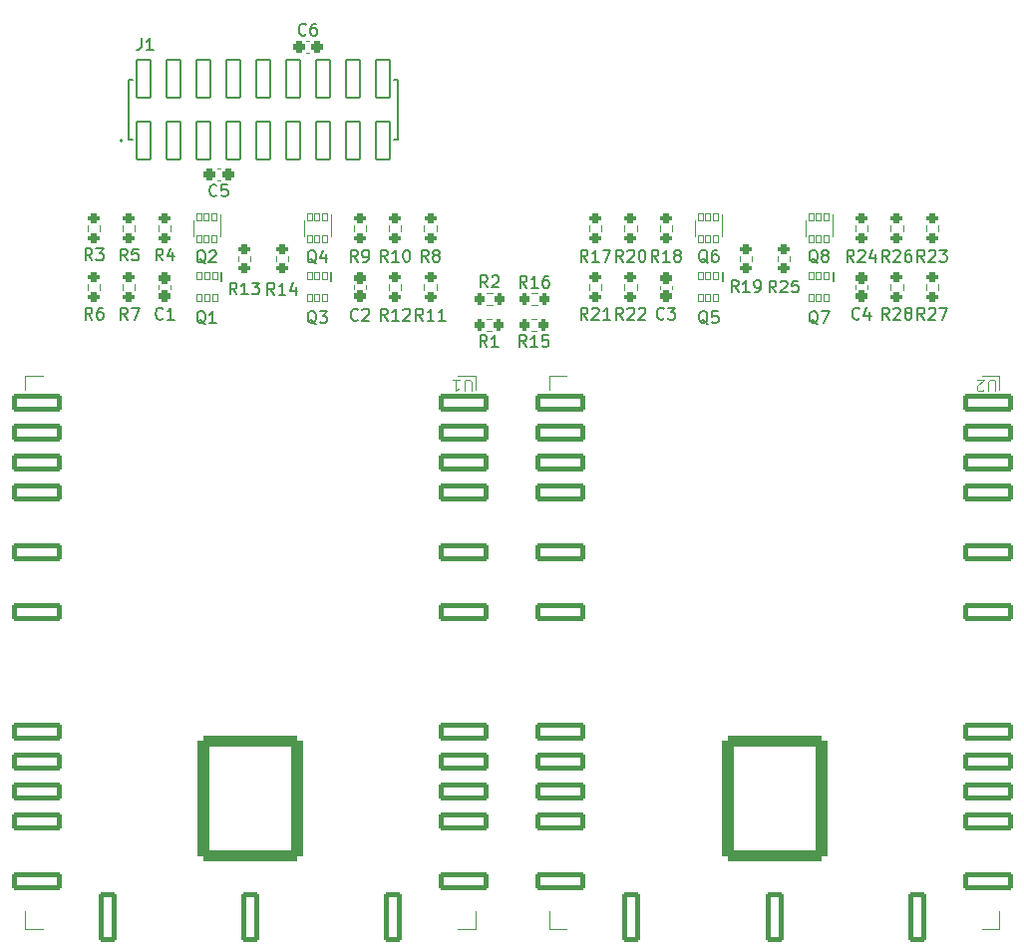
<source format=gto>
%TF.GenerationSoftware,KiCad,Pcbnew,7.0.8*%
%TF.CreationDate,2024-04-09T22:44:40-07:00*%
%TF.ProjectId,MPPT_addon_board,4d505054-5f61-4646-946f-6e5f626f6172,rev?*%
%TF.SameCoordinates,Original*%
%TF.FileFunction,Legend,Top*%
%TF.FilePolarity,Positive*%
%FSLAX46Y46*%
G04 Gerber Fmt 4.6, Leading zero omitted, Abs format (unit mm)*
G04 Created by KiCad (PCBNEW 7.0.8) date 2024-04-09 22:44:40*
%MOMM*%
%LPD*%
G01*
G04 APERTURE LIST*
G04 Aperture macros list*
%AMRoundRect*
0 Rectangle with rounded corners*
0 $1 Rounding radius*
0 $2 $3 $4 $5 $6 $7 $8 $9 X,Y pos of 4 corners*
0 Add a 4 corners polygon primitive as box body*
4,1,4,$2,$3,$4,$5,$6,$7,$8,$9,$2,$3,0*
0 Add four circle primitives for the rounded corners*
1,1,$1+$1,$2,$3*
1,1,$1+$1,$4,$5*
1,1,$1+$1,$6,$7*
1,1,$1+$1,$8,$9*
0 Add four rect primitives between the rounded corners*
20,1,$1+$1,$2,$3,$4,$5,0*
20,1,$1+$1,$4,$5,$6,$7,0*
20,1,$1+$1,$6,$7,$8,$9,0*
20,1,$1+$1,$8,$9,$2,$3,0*%
G04 Aperture macros list end*
%ADD10C,0.150000*%
%ADD11C,0.100000*%
%ADD12C,0.120000*%
%ADD13C,0.200000*%
%ADD14C,5.701600*%
%ADD15C,2.000000*%
%ADD16RoundRect,0.250800X-0.200000X-0.275000X0.200000X-0.275000X0.200000X0.275000X-0.200000X0.275000X0*%
%ADD17RoundRect,0.250800X0.275000X-0.200000X0.275000X0.200000X-0.275000X0.200000X-0.275000X-0.200000X0*%
%ADD18RoundRect,0.250800X-0.275000X0.200000X-0.275000X-0.200000X0.275000X-0.200000X0.275000X0.200000X0*%
%ADD19RoundRect,0.050800X-0.200000X0.325000X-0.200000X-0.325000X0.200000X-0.325000X0.200000X0.325000X0*%
%ADD20RoundRect,0.250800X0.200000X0.275000X-0.200000X0.275000X-0.200000X-0.275000X0.200000X-0.275000X0*%
%ADD21RoundRect,0.275800X0.250000X-0.225000X0.250000X0.225000X-0.250000X0.225000X-0.250000X-0.225000X0*%
%ADD22RoundRect,0.190800X1.910000X0.560000X-1.910000X0.560000X-1.910000X-0.560000X1.910000X-0.560000X0*%
%ADD23RoundRect,0.190800X-0.560000X1.910000X-0.560000X-1.910000X0.560000X-1.910000X0.560000X1.910000X0*%
%ADD24RoundRect,0.490800X3.960000X4.885000X-3.960000X4.885000X-3.960000X-4.885000X3.960000X-4.885000X0*%
%ADD25RoundRect,0.275800X0.225000X0.250000X-0.225000X0.250000X-0.225000X-0.250000X0.225000X-0.250000X0*%
%ADD26RoundRect,0.275800X-0.225000X-0.250000X0.225000X-0.250000X0.225000X0.250000X-0.225000X0.250000X0*%
%ADD27RoundRect,0.050800X-0.200000X-0.300000X0.200000X-0.300000X0.200000X0.300000X-0.200000X0.300000X0*%
%ADD28C,1.881600*%
%ADD29RoundRect,0.102000X-0.570000X-1.587500X0.570000X-1.587500X0.570000X1.587500X-0.570000X1.587500X0*%
G04 APERTURE END LIST*
D10*
X141458333Y-82024819D02*
X141125000Y-81548628D01*
X140886905Y-82024819D02*
X140886905Y-81024819D01*
X140886905Y-81024819D02*
X141267857Y-81024819D01*
X141267857Y-81024819D02*
X141363095Y-81072438D01*
X141363095Y-81072438D02*
X141410714Y-81120057D01*
X141410714Y-81120057D02*
X141458333Y-81215295D01*
X141458333Y-81215295D02*
X141458333Y-81358152D01*
X141458333Y-81358152D02*
X141410714Y-81453390D01*
X141410714Y-81453390D02*
X141363095Y-81501009D01*
X141363095Y-81501009D02*
X141267857Y-81548628D01*
X141267857Y-81548628D02*
X140886905Y-81548628D01*
X141839286Y-81120057D02*
X141886905Y-81072438D01*
X141886905Y-81072438D02*
X141982143Y-81024819D01*
X141982143Y-81024819D02*
X142220238Y-81024819D01*
X142220238Y-81024819D02*
X142315476Y-81072438D01*
X142315476Y-81072438D02*
X142363095Y-81120057D01*
X142363095Y-81120057D02*
X142410714Y-81215295D01*
X142410714Y-81215295D02*
X142410714Y-81310533D01*
X142410714Y-81310533D02*
X142363095Y-81453390D01*
X142363095Y-81453390D02*
X141791667Y-82024819D01*
X141791667Y-82024819D02*
X142410714Y-82024819D01*
X175557142Y-84754819D02*
X175223809Y-84278628D01*
X174985714Y-84754819D02*
X174985714Y-83754819D01*
X174985714Y-83754819D02*
X175366666Y-83754819D01*
X175366666Y-83754819D02*
X175461904Y-83802438D01*
X175461904Y-83802438D02*
X175509523Y-83850057D01*
X175509523Y-83850057D02*
X175557142Y-83945295D01*
X175557142Y-83945295D02*
X175557142Y-84088152D01*
X175557142Y-84088152D02*
X175509523Y-84183390D01*
X175509523Y-84183390D02*
X175461904Y-84231009D01*
X175461904Y-84231009D02*
X175366666Y-84278628D01*
X175366666Y-84278628D02*
X174985714Y-84278628D01*
X175938095Y-83850057D02*
X175985714Y-83802438D01*
X175985714Y-83802438D02*
X176080952Y-83754819D01*
X176080952Y-83754819D02*
X176319047Y-83754819D01*
X176319047Y-83754819D02*
X176414285Y-83802438D01*
X176414285Y-83802438D02*
X176461904Y-83850057D01*
X176461904Y-83850057D02*
X176509523Y-83945295D01*
X176509523Y-83945295D02*
X176509523Y-84040533D01*
X176509523Y-84040533D02*
X176461904Y-84183390D01*
X176461904Y-84183390D02*
X175890476Y-84754819D01*
X175890476Y-84754819D02*
X176509523Y-84754819D01*
X177080952Y-84183390D02*
X176985714Y-84135771D01*
X176985714Y-84135771D02*
X176938095Y-84088152D01*
X176938095Y-84088152D02*
X176890476Y-83992914D01*
X176890476Y-83992914D02*
X176890476Y-83945295D01*
X176890476Y-83945295D02*
X176938095Y-83850057D01*
X176938095Y-83850057D02*
X176985714Y-83802438D01*
X176985714Y-83802438D02*
X177080952Y-83754819D01*
X177080952Y-83754819D02*
X177271428Y-83754819D01*
X177271428Y-83754819D02*
X177366666Y-83802438D01*
X177366666Y-83802438D02*
X177414285Y-83850057D01*
X177414285Y-83850057D02*
X177461904Y-83945295D01*
X177461904Y-83945295D02*
X177461904Y-83992914D01*
X177461904Y-83992914D02*
X177414285Y-84088152D01*
X177414285Y-84088152D02*
X177366666Y-84135771D01*
X177366666Y-84135771D02*
X177271428Y-84183390D01*
X177271428Y-84183390D02*
X177080952Y-84183390D01*
X177080952Y-84183390D02*
X176985714Y-84231009D01*
X176985714Y-84231009D02*
X176938095Y-84278628D01*
X176938095Y-84278628D02*
X176890476Y-84373866D01*
X176890476Y-84373866D02*
X176890476Y-84564342D01*
X176890476Y-84564342D02*
X176938095Y-84659580D01*
X176938095Y-84659580D02*
X176985714Y-84707200D01*
X176985714Y-84707200D02*
X177080952Y-84754819D01*
X177080952Y-84754819D02*
X177271428Y-84754819D01*
X177271428Y-84754819D02*
X177366666Y-84707200D01*
X177366666Y-84707200D02*
X177414285Y-84659580D01*
X177414285Y-84659580D02*
X177461904Y-84564342D01*
X177461904Y-84564342D02*
X177461904Y-84373866D01*
X177461904Y-84373866D02*
X177414285Y-84278628D01*
X177414285Y-84278628D02*
X177366666Y-84231009D01*
X177366666Y-84231009D02*
X177271428Y-84183390D01*
X152957142Y-79854819D02*
X152623809Y-79378628D01*
X152385714Y-79854819D02*
X152385714Y-78854819D01*
X152385714Y-78854819D02*
X152766666Y-78854819D01*
X152766666Y-78854819D02*
X152861904Y-78902438D01*
X152861904Y-78902438D02*
X152909523Y-78950057D01*
X152909523Y-78950057D02*
X152957142Y-79045295D01*
X152957142Y-79045295D02*
X152957142Y-79188152D01*
X152957142Y-79188152D02*
X152909523Y-79283390D01*
X152909523Y-79283390D02*
X152861904Y-79331009D01*
X152861904Y-79331009D02*
X152766666Y-79378628D01*
X152766666Y-79378628D02*
X152385714Y-79378628D01*
X153338095Y-78950057D02*
X153385714Y-78902438D01*
X153385714Y-78902438D02*
X153480952Y-78854819D01*
X153480952Y-78854819D02*
X153719047Y-78854819D01*
X153719047Y-78854819D02*
X153814285Y-78902438D01*
X153814285Y-78902438D02*
X153861904Y-78950057D01*
X153861904Y-78950057D02*
X153909523Y-79045295D01*
X153909523Y-79045295D02*
X153909523Y-79140533D01*
X153909523Y-79140533D02*
X153861904Y-79283390D01*
X153861904Y-79283390D02*
X153290476Y-79854819D01*
X153290476Y-79854819D02*
X153909523Y-79854819D01*
X154528571Y-78854819D02*
X154623809Y-78854819D01*
X154623809Y-78854819D02*
X154719047Y-78902438D01*
X154719047Y-78902438D02*
X154766666Y-78950057D01*
X154766666Y-78950057D02*
X154814285Y-79045295D01*
X154814285Y-79045295D02*
X154861904Y-79235771D01*
X154861904Y-79235771D02*
X154861904Y-79473866D01*
X154861904Y-79473866D02*
X154814285Y-79664342D01*
X154814285Y-79664342D02*
X154766666Y-79759580D01*
X154766666Y-79759580D02*
X154719047Y-79807200D01*
X154719047Y-79807200D02*
X154623809Y-79854819D01*
X154623809Y-79854819D02*
X154528571Y-79854819D01*
X154528571Y-79854819D02*
X154433333Y-79807200D01*
X154433333Y-79807200D02*
X154385714Y-79759580D01*
X154385714Y-79759580D02*
X154338095Y-79664342D01*
X154338095Y-79664342D02*
X154290476Y-79473866D01*
X154290476Y-79473866D02*
X154290476Y-79235771D01*
X154290476Y-79235771D02*
X154338095Y-79045295D01*
X154338095Y-79045295D02*
X154385714Y-78950057D01*
X154385714Y-78950057D02*
X154433333Y-78902438D01*
X154433333Y-78902438D02*
X154528571Y-78854819D01*
X110883333Y-79745819D02*
X110550000Y-79269628D01*
X110311905Y-79745819D02*
X110311905Y-78745819D01*
X110311905Y-78745819D02*
X110692857Y-78745819D01*
X110692857Y-78745819D02*
X110788095Y-78793438D01*
X110788095Y-78793438D02*
X110835714Y-78841057D01*
X110835714Y-78841057D02*
X110883333Y-78936295D01*
X110883333Y-78936295D02*
X110883333Y-79079152D01*
X110883333Y-79079152D02*
X110835714Y-79174390D01*
X110835714Y-79174390D02*
X110788095Y-79222009D01*
X110788095Y-79222009D02*
X110692857Y-79269628D01*
X110692857Y-79269628D02*
X110311905Y-79269628D01*
X111788095Y-78745819D02*
X111311905Y-78745819D01*
X111311905Y-78745819D02*
X111264286Y-79222009D01*
X111264286Y-79222009D02*
X111311905Y-79174390D01*
X111311905Y-79174390D02*
X111407143Y-79126771D01*
X111407143Y-79126771D02*
X111645238Y-79126771D01*
X111645238Y-79126771D02*
X111740476Y-79174390D01*
X111740476Y-79174390D02*
X111788095Y-79222009D01*
X111788095Y-79222009D02*
X111835714Y-79317247D01*
X111835714Y-79317247D02*
X111835714Y-79555342D01*
X111835714Y-79555342D02*
X111788095Y-79650580D01*
X111788095Y-79650580D02*
X111740476Y-79698200D01*
X111740476Y-79698200D02*
X111645238Y-79745819D01*
X111645238Y-79745819D02*
X111407143Y-79745819D01*
X111407143Y-79745819D02*
X111311905Y-79698200D01*
X111311905Y-79698200D02*
X111264286Y-79650580D01*
X126904761Y-80000057D02*
X126809523Y-79952438D01*
X126809523Y-79952438D02*
X126714285Y-79857200D01*
X126714285Y-79857200D02*
X126571428Y-79714342D01*
X126571428Y-79714342D02*
X126476190Y-79666723D01*
X126476190Y-79666723D02*
X126380952Y-79666723D01*
X126428571Y-79904819D02*
X126333333Y-79857200D01*
X126333333Y-79857200D02*
X126238095Y-79761961D01*
X126238095Y-79761961D02*
X126190476Y-79571485D01*
X126190476Y-79571485D02*
X126190476Y-79238152D01*
X126190476Y-79238152D02*
X126238095Y-79047676D01*
X126238095Y-79047676D02*
X126333333Y-78952438D01*
X126333333Y-78952438D02*
X126428571Y-78904819D01*
X126428571Y-78904819D02*
X126619047Y-78904819D01*
X126619047Y-78904819D02*
X126714285Y-78952438D01*
X126714285Y-78952438D02*
X126809523Y-79047676D01*
X126809523Y-79047676D02*
X126857142Y-79238152D01*
X126857142Y-79238152D02*
X126857142Y-79571485D01*
X126857142Y-79571485D02*
X126809523Y-79761961D01*
X126809523Y-79761961D02*
X126714285Y-79857200D01*
X126714285Y-79857200D02*
X126619047Y-79904819D01*
X126619047Y-79904819D02*
X126428571Y-79904819D01*
X127714285Y-79238152D02*
X127714285Y-79904819D01*
X127476190Y-78857200D02*
X127238095Y-79571485D01*
X127238095Y-79571485D02*
X127857142Y-79571485D01*
X113883333Y-79745819D02*
X113550000Y-79269628D01*
X113311905Y-79745819D02*
X113311905Y-78745819D01*
X113311905Y-78745819D02*
X113692857Y-78745819D01*
X113692857Y-78745819D02*
X113788095Y-78793438D01*
X113788095Y-78793438D02*
X113835714Y-78841057D01*
X113835714Y-78841057D02*
X113883333Y-78936295D01*
X113883333Y-78936295D02*
X113883333Y-79079152D01*
X113883333Y-79079152D02*
X113835714Y-79174390D01*
X113835714Y-79174390D02*
X113788095Y-79222009D01*
X113788095Y-79222009D02*
X113692857Y-79269628D01*
X113692857Y-79269628D02*
X113311905Y-79269628D01*
X114740476Y-79079152D02*
X114740476Y-79745819D01*
X114502381Y-78698200D02*
X114264286Y-79412485D01*
X114264286Y-79412485D02*
X114883333Y-79412485D01*
X165957142Y-82454819D02*
X165623809Y-81978628D01*
X165385714Y-82454819D02*
X165385714Y-81454819D01*
X165385714Y-81454819D02*
X165766666Y-81454819D01*
X165766666Y-81454819D02*
X165861904Y-81502438D01*
X165861904Y-81502438D02*
X165909523Y-81550057D01*
X165909523Y-81550057D02*
X165957142Y-81645295D01*
X165957142Y-81645295D02*
X165957142Y-81788152D01*
X165957142Y-81788152D02*
X165909523Y-81883390D01*
X165909523Y-81883390D02*
X165861904Y-81931009D01*
X165861904Y-81931009D02*
X165766666Y-81978628D01*
X165766666Y-81978628D02*
X165385714Y-81978628D01*
X166338095Y-81550057D02*
X166385714Y-81502438D01*
X166385714Y-81502438D02*
X166480952Y-81454819D01*
X166480952Y-81454819D02*
X166719047Y-81454819D01*
X166719047Y-81454819D02*
X166814285Y-81502438D01*
X166814285Y-81502438D02*
X166861904Y-81550057D01*
X166861904Y-81550057D02*
X166909523Y-81645295D01*
X166909523Y-81645295D02*
X166909523Y-81740533D01*
X166909523Y-81740533D02*
X166861904Y-81883390D01*
X166861904Y-81883390D02*
X166290476Y-82454819D01*
X166290476Y-82454819D02*
X166909523Y-82454819D01*
X167814285Y-81454819D02*
X167338095Y-81454819D01*
X167338095Y-81454819D02*
X167290476Y-81931009D01*
X167290476Y-81931009D02*
X167338095Y-81883390D01*
X167338095Y-81883390D02*
X167433333Y-81835771D01*
X167433333Y-81835771D02*
X167671428Y-81835771D01*
X167671428Y-81835771D02*
X167766666Y-81883390D01*
X167766666Y-81883390D02*
X167814285Y-81931009D01*
X167814285Y-81931009D02*
X167861904Y-82026247D01*
X167861904Y-82026247D02*
X167861904Y-82264342D01*
X167861904Y-82264342D02*
X167814285Y-82359580D01*
X167814285Y-82359580D02*
X167766666Y-82407200D01*
X167766666Y-82407200D02*
X167671428Y-82454819D01*
X167671428Y-82454819D02*
X167433333Y-82454819D01*
X167433333Y-82454819D02*
X167338095Y-82407200D01*
X167338095Y-82407200D02*
X167290476Y-82359580D01*
X144782142Y-82054819D02*
X144448809Y-81578628D01*
X144210714Y-82054819D02*
X144210714Y-81054819D01*
X144210714Y-81054819D02*
X144591666Y-81054819D01*
X144591666Y-81054819D02*
X144686904Y-81102438D01*
X144686904Y-81102438D02*
X144734523Y-81150057D01*
X144734523Y-81150057D02*
X144782142Y-81245295D01*
X144782142Y-81245295D02*
X144782142Y-81388152D01*
X144782142Y-81388152D02*
X144734523Y-81483390D01*
X144734523Y-81483390D02*
X144686904Y-81531009D01*
X144686904Y-81531009D02*
X144591666Y-81578628D01*
X144591666Y-81578628D02*
X144210714Y-81578628D01*
X145734523Y-82054819D02*
X145163095Y-82054819D01*
X145448809Y-82054819D02*
X145448809Y-81054819D01*
X145448809Y-81054819D02*
X145353571Y-81197676D01*
X145353571Y-81197676D02*
X145258333Y-81292914D01*
X145258333Y-81292914D02*
X145163095Y-81340533D01*
X146591666Y-81054819D02*
X146401190Y-81054819D01*
X146401190Y-81054819D02*
X146305952Y-81102438D01*
X146305952Y-81102438D02*
X146258333Y-81150057D01*
X146258333Y-81150057D02*
X146163095Y-81292914D01*
X146163095Y-81292914D02*
X146115476Y-81483390D01*
X146115476Y-81483390D02*
X146115476Y-81864342D01*
X146115476Y-81864342D02*
X146163095Y-81959580D01*
X146163095Y-81959580D02*
X146210714Y-82007200D01*
X146210714Y-82007200D02*
X146305952Y-82054819D01*
X146305952Y-82054819D02*
X146496428Y-82054819D01*
X146496428Y-82054819D02*
X146591666Y-82007200D01*
X146591666Y-82007200D02*
X146639285Y-81959580D01*
X146639285Y-81959580D02*
X146686904Y-81864342D01*
X146686904Y-81864342D02*
X146686904Y-81626247D01*
X146686904Y-81626247D02*
X146639285Y-81531009D01*
X146639285Y-81531009D02*
X146591666Y-81483390D01*
X146591666Y-81483390D02*
X146496428Y-81435771D01*
X146496428Y-81435771D02*
X146305952Y-81435771D01*
X146305952Y-81435771D02*
X146210714Y-81483390D01*
X146210714Y-81483390D02*
X146163095Y-81531009D01*
X146163095Y-81531009D02*
X146115476Y-81626247D01*
X120157142Y-82629819D02*
X119823809Y-82153628D01*
X119585714Y-82629819D02*
X119585714Y-81629819D01*
X119585714Y-81629819D02*
X119966666Y-81629819D01*
X119966666Y-81629819D02*
X120061904Y-81677438D01*
X120061904Y-81677438D02*
X120109523Y-81725057D01*
X120109523Y-81725057D02*
X120157142Y-81820295D01*
X120157142Y-81820295D02*
X120157142Y-81963152D01*
X120157142Y-81963152D02*
X120109523Y-82058390D01*
X120109523Y-82058390D02*
X120061904Y-82106009D01*
X120061904Y-82106009D02*
X119966666Y-82153628D01*
X119966666Y-82153628D02*
X119585714Y-82153628D01*
X121109523Y-82629819D02*
X120538095Y-82629819D01*
X120823809Y-82629819D02*
X120823809Y-81629819D01*
X120823809Y-81629819D02*
X120728571Y-81772676D01*
X120728571Y-81772676D02*
X120633333Y-81867914D01*
X120633333Y-81867914D02*
X120538095Y-81915533D01*
X121442857Y-81629819D02*
X122061904Y-81629819D01*
X122061904Y-81629819D02*
X121728571Y-82010771D01*
X121728571Y-82010771D02*
X121871428Y-82010771D01*
X121871428Y-82010771D02*
X121966666Y-82058390D01*
X121966666Y-82058390D02*
X122014285Y-82106009D01*
X122014285Y-82106009D02*
X122061904Y-82201247D01*
X122061904Y-82201247D02*
X122061904Y-82439342D01*
X122061904Y-82439342D02*
X122014285Y-82534580D01*
X122014285Y-82534580D02*
X121966666Y-82582200D01*
X121966666Y-82582200D02*
X121871428Y-82629819D01*
X121871428Y-82629819D02*
X121585714Y-82629819D01*
X121585714Y-82629819D02*
X121490476Y-82582200D01*
X121490476Y-82582200D02*
X121442857Y-82534580D01*
X149957142Y-79854819D02*
X149623809Y-79378628D01*
X149385714Y-79854819D02*
X149385714Y-78854819D01*
X149385714Y-78854819D02*
X149766666Y-78854819D01*
X149766666Y-78854819D02*
X149861904Y-78902438D01*
X149861904Y-78902438D02*
X149909523Y-78950057D01*
X149909523Y-78950057D02*
X149957142Y-79045295D01*
X149957142Y-79045295D02*
X149957142Y-79188152D01*
X149957142Y-79188152D02*
X149909523Y-79283390D01*
X149909523Y-79283390D02*
X149861904Y-79331009D01*
X149861904Y-79331009D02*
X149766666Y-79378628D01*
X149766666Y-79378628D02*
X149385714Y-79378628D01*
X150909523Y-79854819D02*
X150338095Y-79854819D01*
X150623809Y-79854819D02*
X150623809Y-78854819D01*
X150623809Y-78854819D02*
X150528571Y-78997676D01*
X150528571Y-78997676D02*
X150433333Y-79092914D01*
X150433333Y-79092914D02*
X150338095Y-79140533D01*
X151242857Y-78854819D02*
X151909523Y-78854819D01*
X151909523Y-78854819D02*
X151480952Y-79854819D01*
X130433333Y-84759580D02*
X130385714Y-84807200D01*
X130385714Y-84807200D02*
X130242857Y-84854819D01*
X130242857Y-84854819D02*
X130147619Y-84854819D01*
X130147619Y-84854819D02*
X130004762Y-84807200D01*
X130004762Y-84807200D02*
X129909524Y-84711961D01*
X129909524Y-84711961D02*
X129861905Y-84616723D01*
X129861905Y-84616723D02*
X129814286Y-84426247D01*
X129814286Y-84426247D02*
X129814286Y-84283390D01*
X129814286Y-84283390D02*
X129861905Y-84092914D01*
X129861905Y-84092914D02*
X129909524Y-83997676D01*
X129909524Y-83997676D02*
X130004762Y-83902438D01*
X130004762Y-83902438D02*
X130147619Y-83854819D01*
X130147619Y-83854819D02*
X130242857Y-83854819D01*
X130242857Y-83854819D02*
X130385714Y-83902438D01*
X130385714Y-83902438D02*
X130433333Y-83950057D01*
X130814286Y-83950057D02*
X130861905Y-83902438D01*
X130861905Y-83902438D02*
X130957143Y-83854819D01*
X130957143Y-83854819D02*
X131195238Y-83854819D01*
X131195238Y-83854819D02*
X131290476Y-83902438D01*
X131290476Y-83902438D02*
X131338095Y-83950057D01*
X131338095Y-83950057D02*
X131385714Y-84045295D01*
X131385714Y-84045295D02*
X131385714Y-84140533D01*
X131385714Y-84140533D02*
X131338095Y-84283390D01*
X131338095Y-84283390D02*
X130766667Y-84854819D01*
X130766667Y-84854819D02*
X131385714Y-84854819D01*
D11*
X140061904Y-90842580D02*
X140061904Y-90033057D01*
X140061904Y-90033057D02*
X140014285Y-89937819D01*
X140014285Y-89937819D02*
X139966666Y-89890200D01*
X139966666Y-89890200D02*
X139871428Y-89842580D01*
X139871428Y-89842580D02*
X139680952Y-89842580D01*
X139680952Y-89842580D02*
X139585714Y-89890200D01*
X139585714Y-89890200D02*
X139538095Y-89937819D01*
X139538095Y-89937819D02*
X139490476Y-90033057D01*
X139490476Y-90033057D02*
X139490476Y-90842580D01*
X138490476Y-89842580D02*
X139061904Y-89842580D01*
X138776190Y-89842580D02*
X138776190Y-90842580D01*
X138776190Y-90842580D02*
X138871428Y-90699723D01*
X138871428Y-90699723D02*
X138966666Y-90604485D01*
X138966666Y-90604485D02*
X139061904Y-90556866D01*
D10*
X118458333Y-74189580D02*
X118410714Y-74237200D01*
X118410714Y-74237200D02*
X118267857Y-74284819D01*
X118267857Y-74284819D02*
X118172619Y-74284819D01*
X118172619Y-74284819D02*
X118029762Y-74237200D01*
X118029762Y-74237200D02*
X117934524Y-74141961D01*
X117934524Y-74141961D02*
X117886905Y-74046723D01*
X117886905Y-74046723D02*
X117839286Y-73856247D01*
X117839286Y-73856247D02*
X117839286Y-73713390D01*
X117839286Y-73713390D02*
X117886905Y-73522914D01*
X117886905Y-73522914D02*
X117934524Y-73427676D01*
X117934524Y-73427676D02*
X118029762Y-73332438D01*
X118029762Y-73332438D02*
X118172619Y-73284819D01*
X118172619Y-73284819D02*
X118267857Y-73284819D01*
X118267857Y-73284819D02*
X118410714Y-73332438D01*
X118410714Y-73332438D02*
X118458333Y-73380057D01*
X119363095Y-73284819D02*
X118886905Y-73284819D01*
X118886905Y-73284819D02*
X118839286Y-73761009D01*
X118839286Y-73761009D02*
X118886905Y-73713390D01*
X118886905Y-73713390D02*
X118982143Y-73665771D01*
X118982143Y-73665771D02*
X119220238Y-73665771D01*
X119220238Y-73665771D02*
X119315476Y-73713390D01*
X119315476Y-73713390D02*
X119363095Y-73761009D01*
X119363095Y-73761009D02*
X119410714Y-73856247D01*
X119410714Y-73856247D02*
X119410714Y-74094342D01*
X119410714Y-74094342D02*
X119363095Y-74189580D01*
X119363095Y-74189580D02*
X119315476Y-74237200D01*
X119315476Y-74237200D02*
X119220238Y-74284819D01*
X119220238Y-74284819D02*
X118982143Y-74284819D01*
X118982143Y-74284819D02*
X118886905Y-74237200D01*
X118886905Y-74237200D02*
X118839286Y-74189580D01*
X149957142Y-84754819D02*
X149623809Y-84278628D01*
X149385714Y-84754819D02*
X149385714Y-83754819D01*
X149385714Y-83754819D02*
X149766666Y-83754819D01*
X149766666Y-83754819D02*
X149861904Y-83802438D01*
X149861904Y-83802438D02*
X149909523Y-83850057D01*
X149909523Y-83850057D02*
X149957142Y-83945295D01*
X149957142Y-83945295D02*
X149957142Y-84088152D01*
X149957142Y-84088152D02*
X149909523Y-84183390D01*
X149909523Y-84183390D02*
X149861904Y-84231009D01*
X149861904Y-84231009D02*
X149766666Y-84278628D01*
X149766666Y-84278628D02*
X149385714Y-84278628D01*
X150338095Y-83850057D02*
X150385714Y-83802438D01*
X150385714Y-83802438D02*
X150480952Y-83754819D01*
X150480952Y-83754819D02*
X150719047Y-83754819D01*
X150719047Y-83754819D02*
X150814285Y-83802438D01*
X150814285Y-83802438D02*
X150861904Y-83850057D01*
X150861904Y-83850057D02*
X150909523Y-83945295D01*
X150909523Y-83945295D02*
X150909523Y-84040533D01*
X150909523Y-84040533D02*
X150861904Y-84183390D01*
X150861904Y-84183390D02*
X150290476Y-84754819D01*
X150290476Y-84754819D02*
X150909523Y-84754819D01*
X151861904Y-84754819D02*
X151290476Y-84754819D01*
X151576190Y-84754819D02*
X151576190Y-83754819D01*
X151576190Y-83754819D02*
X151480952Y-83897676D01*
X151480952Y-83897676D02*
X151385714Y-83992914D01*
X151385714Y-83992914D02*
X151290476Y-84040533D01*
X132957142Y-84854819D02*
X132623809Y-84378628D01*
X132385714Y-84854819D02*
X132385714Y-83854819D01*
X132385714Y-83854819D02*
X132766666Y-83854819D01*
X132766666Y-83854819D02*
X132861904Y-83902438D01*
X132861904Y-83902438D02*
X132909523Y-83950057D01*
X132909523Y-83950057D02*
X132957142Y-84045295D01*
X132957142Y-84045295D02*
X132957142Y-84188152D01*
X132957142Y-84188152D02*
X132909523Y-84283390D01*
X132909523Y-84283390D02*
X132861904Y-84331009D01*
X132861904Y-84331009D02*
X132766666Y-84378628D01*
X132766666Y-84378628D02*
X132385714Y-84378628D01*
X133909523Y-84854819D02*
X133338095Y-84854819D01*
X133623809Y-84854819D02*
X133623809Y-83854819D01*
X133623809Y-83854819D02*
X133528571Y-83997676D01*
X133528571Y-83997676D02*
X133433333Y-84092914D01*
X133433333Y-84092914D02*
X133338095Y-84140533D01*
X134290476Y-83950057D02*
X134338095Y-83902438D01*
X134338095Y-83902438D02*
X134433333Y-83854819D01*
X134433333Y-83854819D02*
X134671428Y-83854819D01*
X134671428Y-83854819D02*
X134766666Y-83902438D01*
X134766666Y-83902438D02*
X134814285Y-83950057D01*
X134814285Y-83950057D02*
X134861904Y-84045295D01*
X134861904Y-84045295D02*
X134861904Y-84140533D01*
X134861904Y-84140533D02*
X134814285Y-84283390D01*
X134814285Y-84283390D02*
X134242857Y-84854819D01*
X134242857Y-84854819D02*
X134861904Y-84854819D01*
X132957142Y-79854819D02*
X132623809Y-79378628D01*
X132385714Y-79854819D02*
X132385714Y-78854819D01*
X132385714Y-78854819D02*
X132766666Y-78854819D01*
X132766666Y-78854819D02*
X132861904Y-78902438D01*
X132861904Y-78902438D02*
X132909523Y-78950057D01*
X132909523Y-78950057D02*
X132957142Y-79045295D01*
X132957142Y-79045295D02*
X132957142Y-79188152D01*
X132957142Y-79188152D02*
X132909523Y-79283390D01*
X132909523Y-79283390D02*
X132861904Y-79331009D01*
X132861904Y-79331009D02*
X132766666Y-79378628D01*
X132766666Y-79378628D02*
X132385714Y-79378628D01*
X133909523Y-79854819D02*
X133338095Y-79854819D01*
X133623809Y-79854819D02*
X133623809Y-78854819D01*
X133623809Y-78854819D02*
X133528571Y-78997676D01*
X133528571Y-78997676D02*
X133433333Y-79092914D01*
X133433333Y-79092914D02*
X133338095Y-79140533D01*
X134528571Y-78854819D02*
X134623809Y-78854819D01*
X134623809Y-78854819D02*
X134719047Y-78902438D01*
X134719047Y-78902438D02*
X134766666Y-78950057D01*
X134766666Y-78950057D02*
X134814285Y-79045295D01*
X134814285Y-79045295D02*
X134861904Y-79235771D01*
X134861904Y-79235771D02*
X134861904Y-79473866D01*
X134861904Y-79473866D02*
X134814285Y-79664342D01*
X134814285Y-79664342D02*
X134766666Y-79759580D01*
X134766666Y-79759580D02*
X134719047Y-79807200D01*
X134719047Y-79807200D02*
X134623809Y-79854819D01*
X134623809Y-79854819D02*
X134528571Y-79854819D01*
X134528571Y-79854819D02*
X134433333Y-79807200D01*
X134433333Y-79807200D02*
X134385714Y-79759580D01*
X134385714Y-79759580D02*
X134338095Y-79664342D01*
X134338095Y-79664342D02*
X134290476Y-79473866D01*
X134290476Y-79473866D02*
X134290476Y-79235771D01*
X134290476Y-79235771D02*
X134338095Y-79045295D01*
X134338095Y-79045295D02*
X134385714Y-78950057D01*
X134385714Y-78950057D02*
X134433333Y-78902438D01*
X134433333Y-78902438D02*
X134528571Y-78854819D01*
X172557142Y-79854819D02*
X172223809Y-79378628D01*
X171985714Y-79854819D02*
X171985714Y-78854819D01*
X171985714Y-78854819D02*
X172366666Y-78854819D01*
X172366666Y-78854819D02*
X172461904Y-78902438D01*
X172461904Y-78902438D02*
X172509523Y-78950057D01*
X172509523Y-78950057D02*
X172557142Y-79045295D01*
X172557142Y-79045295D02*
X172557142Y-79188152D01*
X172557142Y-79188152D02*
X172509523Y-79283390D01*
X172509523Y-79283390D02*
X172461904Y-79331009D01*
X172461904Y-79331009D02*
X172366666Y-79378628D01*
X172366666Y-79378628D02*
X171985714Y-79378628D01*
X172938095Y-78950057D02*
X172985714Y-78902438D01*
X172985714Y-78902438D02*
X173080952Y-78854819D01*
X173080952Y-78854819D02*
X173319047Y-78854819D01*
X173319047Y-78854819D02*
X173414285Y-78902438D01*
X173414285Y-78902438D02*
X173461904Y-78950057D01*
X173461904Y-78950057D02*
X173509523Y-79045295D01*
X173509523Y-79045295D02*
X173509523Y-79140533D01*
X173509523Y-79140533D02*
X173461904Y-79283390D01*
X173461904Y-79283390D02*
X172890476Y-79854819D01*
X172890476Y-79854819D02*
X173509523Y-79854819D01*
X174366666Y-79188152D02*
X174366666Y-79854819D01*
X174128571Y-78807200D02*
X173890476Y-79521485D01*
X173890476Y-79521485D02*
X174509523Y-79521485D01*
X130433333Y-79854819D02*
X130100000Y-79378628D01*
X129861905Y-79854819D02*
X129861905Y-78854819D01*
X129861905Y-78854819D02*
X130242857Y-78854819D01*
X130242857Y-78854819D02*
X130338095Y-78902438D01*
X130338095Y-78902438D02*
X130385714Y-78950057D01*
X130385714Y-78950057D02*
X130433333Y-79045295D01*
X130433333Y-79045295D02*
X130433333Y-79188152D01*
X130433333Y-79188152D02*
X130385714Y-79283390D01*
X130385714Y-79283390D02*
X130338095Y-79331009D01*
X130338095Y-79331009D02*
X130242857Y-79378628D01*
X130242857Y-79378628D02*
X129861905Y-79378628D01*
X130909524Y-79854819D02*
X131100000Y-79854819D01*
X131100000Y-79854819D02*
X131195238Y-79807200D01*
X131195238Y-79807200D02*
X131242857Y-79759580D01*
X131242857Y-79759580D02*
X131338095Y-79616723D01*
X131338095Y-79616723D02*
X131385714Y-79426247D01*
X131385714Y-79426247D02*
X131385714Y-79045295D01*
X131385714Y-79045295D02*
X131338095Y-78950057D01*
X131338095Y-78950057D02*
X131290476Y-78902438D01*
X131290476Y-78902438D02*
X131195238Y-78854819D01*
X131195238Y-78854819D02*
X131004762Y-78854819D01*
X131004762Y-78854819D02*
X130909524Y-78902438D01*
X130909524Y-78902438D02*
X130861905Y-78950057D01*
X130861905Y-78950057D02*
X130814286Y-79045295D01*
X130814286Y-79045295D02*
X130814286Y-79283390D01*
X130814286Y-79283390D02*
X130861905Y-79378628D01*
X130861905Y-79378628D02*
X130909524Y-79426247D01*
X130909524Y-79426247D02*
X131004762Y-79473866D01*
X131004762Y-79473866D02*
X131195238Y-79473866D01*
X131195238Y-79473866D02*
X131290476Y-79426247D01*
X131290476Y-79426247D02*
X131338095Y-79378628D01*
X131338095Y-79378628D02*
X131385714Y-79283390D01*
X141408333Y-87084819D02*
X141075000Y-86608628D01*
X140836905Y-87084819D02*
X140836905Y-86084819D01*
X140836905Y-86084819D02*
X141217857Y-86084819D01*
X141217857Y-86084819D02*
X141313095Y-86132438D01*
X141313095Y-86132438D02*
X141360714Y-86180057D01*
X141360714Y-86180057D02*
X141408333Y-86275295D01*
X141408333Y-86275295D02*
X141408333Y-86418152D01*
X141408333Y-86418152D02*
X141360714Y-86513390D01*
X141360714Y-86513390D02*
X141313095Y-86561009D01*
X141313095Y-86561009D02*
X141217857Y-86608628D01*
X141217857Y-86608628D02*
X140836905Y-86608628D01*
X142360714Y-87084819D02*
X141789286Y-87084819D01*
X142075000Y-87084819D02*
X142075000Y-86084819D01*
X142075000Y-86084819D02*
X141979762Y-86227676D01*
X141979762Y-86227676D02*
X141884524Y-86322914D01*
X141884524Y-86322914D02*
X141789286Y-86370533D01*
X178557142Y-79854819D02*
X178223809Y-79378628D01*
X177985714Y-79854819D02*
X177985714Y-78854819D01*
X177985714Y-78854819D02*
X178366666Y-78854819D01*
X178366666Y-78854819D02*
X178461904Y-78902438D01*
X178461904Y-78902438D02*
X178509523Y-78950057D01*
X178509523Y-78950057D02*
X178557142Y-79045295D01*
X178557142Y-79045295D02*
X178557142Y-79188152D01*
X178557142Y-79188152D02*
X178509523Y-79283390D01*
X178509523Y-79283390D02*
X178461904Y-79331009D01*
X178461904Y-79331009D02*
X178366666Y-79378628D01*
X178366666Y-79378628D02*
X177985714Y-79378628D01*
X178938095Y-78950057D02*
X178985714Y-78902438D01*
X178985714Y-78902438D02*
X179080952Y-78854819D01*
X179080952Y-78854819D02*
X179319047Y-78854819D01*
X179319047Y-78854819D02*
X179414285Y-78902438D01*
X179414285Y-78902438D02*
X179461904Y-78950057D01*
X179461904Y-78950057D02*
X179509523Y-79045295D01*
X179509523Y-79045295D02*
X179509523Y-79140533D01*
X179509523Y-79140533D02*
X179461904Y-79283390D01*
X179461904Y-79283390D02*
X178890476Y-79854819D01*
X178890476Y-79854819D02*
X179509523Y-79854819D01*
X179842857Y-78854819D02*
X180461904Y-78854819D01*
X180461904Y-78854819D02*
X180128571Y-79235771D01*
X180128571Y-79235771D02*
X180271428Y-79235771D01*
X180271428Y-79235771D02*
X180366666Y-79283390D01*
X180366666Y-79283390D02*
X180414285Y-79331009D01*
X180414285Y-79331009D02*
X180461904Y-79426247D01*
X180461904Y-79426247D02*
X180461904Y-79664342D01*
X180461904Y-79664342D02*
X180414285Y-79759580D01*
X180414285Y-79759580D02*
X180366666Y-79807200D01*
X180366666Y-79807200D02*
X180271428Y-79854819D01*
X180271428Y-79854819D02*
X179985714Y-79854819D01*
X179985714Y-79854819D02*
X179890476Y-79807200D01*
X179890476Y-79807200D02*
X179842857Y-79759580D01*
X162757142Y-82429819D02*
X162423809Y-81953628D01*
X162185714Y-82429819D02*
X162185714Y-81429819D01*
X162185714Y-81429819D02*
X162566666Y-81429819D01*
X162566666Y-81429819D02*
X162661904Y-81477438D01*
X162661904Y-81477438D02*
X162709523Y-81525057D01*
X162709523Y-81525057D02*
X162757142Y-81620295D01*
X162757142Y-81620295D02*
X162757142Y-81763152D01*
X162757142Y-81763152D02*
X162709523Y-81858390D01*
X162709523Y-81858390D02*
X162661904Y-81906009D01*
X162661904Y-81906009D02*
X162566666Y-81953628D01*
X162566666Y-81953628D02*
X162185714Y-81953628D01*
X163709523Y-82429819D02*
X163138095Y-82429819D01*
X163423809Y-82429819D02*
X163423809Y-81429819D01*
X163423809Y-81429819D02*
X163328571Y-81572676D01*
X163328571Y-81572676D02*
X163233333Y-81667914D01*
X163233333Y-81667914D02*
X163138095Y-81715533D01*
X164185714Y-82429819D02*
X164376190Y-82429819D01*
X164376190Y-82429819D02*
X164471428Y-82382200D01*
X164471428Y-82382200D02*
X164519047Y-82334580D01*
X164519047Y-82334580D02*
X164614285Y-82191723D01*
X164614285Y-82191723D02*
X164661904Y-82001247D01*
X164661904Y-82001247D02*
X164661904Y-81620295D01*
X164661904Y-81620295D02*
X164614285Y-81525057D01*
X164614285Y-81525057D02*
X164566666Y-81477438D01*
X164566666Y-81477438D02*
X164471428Y-81429819D01*
X164471428Y-81429819D02*
X164280952Y-81429819D01*
X164280952Y-81429819D02*
X164185714Y-81477438D01*
X164185714Y-81477438D02*
X164138095Y-81525057D01*
X164138095Y-81525057D02*
X164090476Y-81620295D01*
X164090476Y-81620295D02*
X164090476Y-81858390D01*
X164090476Y-81858390D02*
X164138095Y-81953628D01*
X164138095Y-81953628D02*
X164185714Y-82001247D01*
X164185714Y-82001247D02*
X164280952Y-82048866D01*
X164280952Y-82048866D02*
X164471428Y-82048866D01*
X164471428Y-82048866D02*
X164566666Y-82001247D01*
X164566666Y-82001247D02*
X164614285Y-81953628D01*
X164614285Y-81953628D02*
X164661904Y-81858390D01*
X123357142Y-82654819D02*
X123023809Y-82178628D01*
X122785714Y-82654819D02*
X122785714Y-81654819D01*
X122785714Y-81654819D02*
X123166666Y-81654819D01*
X123166666Y-81654819D02*
X123261904Y-81702438D01*
X123261904Y-81702438D02*
X123309523Y-81750057D01*
X123309523Y-81750057D02*
X123357142Y-81845295D01*
X123357142Y-81845295D02*
X123357142Y-81988152D01*
X123357142Y-81988152D02*
X123309523Y-82083390D01*
X123309523Y-82083390D02*
X123261904Y-82131009D01*
X123261904Y-82131009D02*
X123166666Y-82178628D01*
X123166666Y-82178628D02*
X122785714Y-82178628D01*
X124309523Y-82654819D02*
X123738095Y-82654819D01*
X124023809Y-82654819D02*
X124023809Y-81654819D01*
X124023809Y-81654819D02*
X123928571Y-81797676D01*
X123928571Y-81797676D02*
X123833333Y-81892914D01*
X123833333Y-81892914D02*
X123738095Y-81940533D01*
X125166666Y-81988152D02*
X125166666Y-82654819D01*
X124928571Y-81607200D02*
X124690476Y-82321485D01*
X124690476Y-82321485D02*
X125309523Y-82321485D01*
X173033333Y-84659580D02*
X172985714Y-84707200D01*
X172985714Y-84707200D02*
X172842857Y-84754819D01*
X172842857Y-84754819D02*
X172747619Y-84754819D01*
X172747619Y-84754819D02*
X172604762Y-84707200D01*
X172604762Y-84707200D02*
X172509524Y-84611961D01*
X172509524Y-84611961D02*
X172461905Y-84516723D01*
X172461905Y-84516723D02*
X172414286Y-84326247D01*
X172414286Y-84326247D02*
X172414286Y-84183390D01*
X172414286Y-84183390D02*
X172461905Y-83992914D01*
X172461905Y-83992914D02*
X172509524Y-83897676D01*
X172509524Y-83897676D02*
X172604762Y-83802438D01*
X172604762Y-83802438D02*
X172747619Y-83754819D01*
X172747619Y-83754819D02*
X172842857Y-83754819D01*
X172842857Y-83754819D02*
X172985714Y-83802438D01*
X172985714Y-83802438D02*
X173033333Y-83850057D01*
X173890476Y-84088152D02*
X173890476Y-84754819D01*
X173652381Y-83707200D02*
X173414286Y-84421485D01*
X173414286Y-84421485D02*
X174033333Y-84421485D01*
X107883333Y-79729819D02*
X107550000Y-79253628D01*
X107311905Y-79729819D02*
X107311905Y-78729819D01*
X107311905Y-78729819D02*
X107692857Y-78729819D01*
X107692857Y-78729819D02*
X107788095Y-78777438D01*
X107788095Y-78777438D02*
X107835714Y-78825057D01*
X107835714Y-78825057D02*
X107883333Y-78920295D01*
X107883333Y-78920295D02*
X107883333Y-79063152D01*
X107883333Y-79063152D02*
X107835714Y-79158390D01*
X107835714Y-79158390D02*
X107788095Y-79206009D01*
X107788095Y-79206009D02*
X107692857Y-79253628D01*
X107692857Y-79253628D02*
X107311905Y-79253628D01*
X108216667Y-78729819D02*
X108835714Y-78729819D01*
X108835714Y-78729819D02*
X108502381Y-79110771D01*
X108502381Y-79110771D02*
X108645238Y-79110771D01*
X108645238Y-79110771D02*
X108740476Y-79158390D01*
X108740476Y-79158390D02*
X108788095Y-79206009D01*
X108788095Y-79206009D02*
X108835714Y-79301247D01*
X108835714Y-79301247D02*
X108835714Y-79539342D01*
X108835714Y-79539342D02*
X108788095Y-79634580D01*
X108788095Y-79634580D02*
X108740476Y-79682200D01*
X108740476Y-79682200D02*
X108645238Y-79729819D01*
X108645238Y-79729819D02*
X108359524Y-79729819D01*
X108359524Y-79729819D02*
X108264286Y-79682200D01*
X108264286Y-79682200D02*
X108216667Y-79634580D01*
X136433333Y-79854819D02*
X136100000Y-79378628D01*
X135861905Y-79854819D02*
X135861905Y-78854819D01*
X135861905Y-78854819D02*
X136242857Y-78854819D01*
X136242857Y-78854819D02*
X136338095Y-78902438D01*
X136338095Y-78902438D02*
X136385714Y-78950057D01*
X136385714Y-78950057D02*
X136433333Y-79045295D01*
X136433333Y-79045295D02*
X136433333Y-79188152D01*
X136433333Y-79188152D02*
X136385714Y-79283390D01*
X136385714Y-79283390D02*
X136338095Y-79331009D01*
X136338095Y-79331009D02*
X136242857Y-79378628D01*
X136242857Y-79378628D02*
X135861905Y-79378628D01*
X137004762Y-79283390D02*
X136909524Y-79235771D01*
X136909524Y-79235771D02*
X136861905Y-79188152D01*
X136861905Y-79188152D02*
X136814286Y-79092914D01*
X136814286Y-79092914D02*
X136814286Y-79045295D01*
X136814286Y-79045295D02*
X136861905Y-78950057D01*
X136861905Y-78950057D02*
X136909524Y-78902438D01*
X136909524Y-78902438D02*
X137004762Y-78854819D01*
X137004762Y-78854819D02*
X137195238Y-78854819D01*
X137195238Y-78854819D02*
X137290476Y-78902438D01*
X137290476Y-78902438D02*
X137338095Y-78950057D01*
X137338095Y-78950057D02*
X137385714Y-79045295D01*
X137385714Y-79045295D02*
X137385714Y-79092914D01*
X137385714Y-79092914D02*
X137338095Y-79188152D01*
X137338095Y-79188152D02*
X137290476Y-79235771D01*
X137290476Y-79235771D02*
X137195238Y-79283390D01*
X137195238Y-79283390D02*
X137004762Y-79283390D01*
X137004762Y-79283390D02*
X136909524Y-79331009D01*
X136909524Y-79331009D02*
X136861905Y-79378628D01*
X136861905Y-79378628D02*
X136814286Y-79473866D01*
X136814286Y-79473866D02*
X136814286Y-79664342D01*
X136814286Y-79664342D02*
X136861905Y-79759580D01*
X136861905Y-79759580D02*
X136909524Y-79807200D01*
X136909524Y-79807200D02*
X137004762Y-79854819D01*
X137004762Y-79854819D02*
X137195238Y-79854819D01*
X137195238Y-79854819D02*
X137290476Y-79807200D01*
X137290476Y-79807200D02*
X137338095Y-79759580D01*
X137338095Y-79759580D02*
X137385714Y-79664342D01*
X137385714Y-79664342D02*
X137385714Y-79473866D01*
X137385714Y-79473866D02*
X137338095Y-79378628D01*
X137338095Y-79378628D02*
X137290476Y-79331009D01*
X137290476Y-79331009D02*
X137195238Y-79283390D01*
X126033333Y-60529580D02*
X125985714Y-60577200D01*
X125985714Y-60577200D02*
X125842857Y-60624819D01*
X125842857Y-60624819D02*
X125747619Y-60624819D01*
X125747619Y-60624819D02*
X125604762Y-60577200D01*
X125604762Y-60577200D02*
X125509524Y-60481961D01*
X125509524Y-60481961D02*
X125461905Y-60386723D01*
X125461905Y-60386723D02*
X125414286Y-60196247D01*
X125414286Y-60196247D02*
X125414286Y-60053390D01*
X125414286Y-60053390D02*
X125461905Y-59862914D01*
X125461905Y-59862914D02*
X125509524Y-59767676D01*
X125509524Y-59767676D02*
X125604762Y-59672438D01*
X125604762Y-59672438D02*
X125747619Y-59624819D01*
X125747619Y-59624819D02*
X125842857Y-59624819D01*
X125842857Y-59624819D02*
X125985714Y-59672438D01*
X125985714Y-59672438D02*
X126033333Y-59720057D01*
X126890476Y-59624819D02*
X126700000Y-59624819D01*
X126700000Y-59624819D02*
X126604762Y-59672438D01*
X126604762Y-59672438D02*
X126557143Y-59720057D01*
X126557143Y-59720057D02*
X126461905Y-59862914D01*
X126461905Y-59862914D02*
X126414286Y-60053390D01*
X126414286Y-60053390D02*
X126414286Y-60434342D01*
X126414286Y-60434342D02*
X126461905Y-60529580D01*
X126461905Y-60529580D02*
X126509524Y-60577200D01*
X126509524Y-60577200D02*
X126604762Y-60624819D01*
X126604762Y-60624819D02*
X126795238Y-60624819D01*
X126795238Y-60624819D02*
X126890476Y-60577200D01*
X126890476Y-60577200D02*
X126938095Y-60529580D01*
X126938095Y-60529580D02*
X126985714Y-60434342D01*
X126985714Y-60434342D02*
X126985714Y-60196247D01*
X126985714Y-60196247D02*
X126938095Y-60101009D01*
X126938095Y-60101009D02*
X126890476Y-60053390D01*
X126890476Y-60053390D02*
X126795238Y-60005771D01*
X126795238Y-60005771D02*
X126604762Y-60005771D01*
X126604762Y-60005771D02*
X126509524Y-60053390D01*
X126509524Y-60053390D02*
X126461905Y-60101009D01*
X126461905Y-60101009D02*
X126414286Y-60196247D01*
X126904761Y-85150057D02*
X126809523Y-85102438D01*
X126809523Y-85102438D02*
X126714285Y-85007200D01*
X126714285Y-85007200D02*
X126571428Y-84864342D01*
X126571428Y-84864342D02*
X126476190Y-84816723D01*
X126476190Y-84816723D02*
X126380952Y-84816723D01*
X126428571Y-85054819D02*
X126333333Y-85007200D01*
X126333333Y-85007200D02*
X126238095Y-84911961D01*
X126238095Y-84911961D02*
X126190476Y-84721485D01*
X126190476Y-84721485D02*
X126190476Y-84388152D01*
X126190476Y-84388152D02*
X126238095Y-84197676D01*
X126238095Y-84197676D02*
X126333333Y-84102438D01*
X126333333Y-84102438D02*
X126428571Y-84054819D01*
X126428571Y-84054819D02*
X126619047Y-84054819D01*
X126619047Y-84054819D02*
X126714285Y-84102438D01*
X126714285Y-84102438D02*
X126809523Y-84197676D01*
X126809523Y-84197676D02*
X126857142Y-84388152D01*
X126857142Y-84388152D02*
X126857142Y-84721485D01*
X126857142Y-84721485D02*
X126809523Y-84911961D01*
X126809523Y-84911961D02*
X126714285Y-85007200D01*
X126714285Y-85007200D02*
X126619047Y-85054819D01*
X126619047Y-85054819D02*
X126428571Y-85054819D01*
X127190476Y-84054819D02*
X127809523Y-84054819D01*
X127809523Y-84054819D02*
X127476190Y-84435771D01*
X127476190Y-84435771D02*
X127619047Y-84435771D01*
X127619047Y-84435771D02*
X127714285Y-84483390D01*
X127714285Y-84483390D02*
X127761904Y-84531009D01*
X127761904Y-84531009D02*
X127809523Y-84626247D01*
X127809523Y-84626247D02*
X127809523Y-84864342D01*
X127809523Y-84864342D02*
X127761904Y-84959580D01*
X127761904Y-84959580D02*
X127714285Y-85007200D01*
X127714285Y-85007200D02*
X127619047Y-85054819D01*
X127619047Y-85054819D02*
X127333333Y-85054819D01*
X127333333Y-85054819D02*
X127238095Y-85007200D01*
X127238095Y-85007200D02*
X127190476Y-84959580D01*
X175557142Y-79854819D02*
X175223809Y-79378628D01*
X174985714Y-79854819D02*
X174985714Y-78854819D01*
X174985714Y-78854819D02*
X175366666Y-78854819D01*
X175366666Y-78854819D02*
X175461904Y-78902438D01*
X175461904Y-78902438D02*
X175509523Y-78950057D01*
X175509523Y-78950057D02*
X175557142Y-79045295D01*
X175557142Y-79045295D02*
X175557142Y-79188152D01*
X175557142Y-79188152D02*
X175509523Y-79283390D01*
X175509523Y-79283390D02*
X175461904Y-79331009D01*
X175461904Y-79331009D02*
X175366666Y-79378628D01*
X175366666Y-79378628D02*
X174985714Y-79378628D01*
X175938095Y-78950057D02*
X175985714Y-78902438D01*
X175985714Y-78902438D02*
X176080952Y-78854819D01*
X176080952Y-78854819D02*
X176319047Y-78854819D01*
X176319047Y-78854819D02*
X176414285Y-78902438D01*
X176414285Y-78902438D02*
X176461904Y-78950057D01*
X176461904Y-78950057D02*
X176509523Y-79045295D01*
X176509523Y-79045295D02*
X176509523Y-79140533D01*
X176509523Y-79140533D02*
X176461904Y-79283390D01*
X176461904Y-79283390D02*
X175890476Y-79854819D01*
X175890476Y-79854819D02*
X176509523Y-79854819D01*
X177366666Y-78854819D02*
X177176190Y-78854819D01*
X177176190Y-78854819D02*
X177080952Y-78902438D01*
X177080952Y-78902438D02*
X177033333Y-78950057D01*
X177033333Y-78950057D02*
X176938095Y-79092914D01*
X176938095Y-79092914D02*
X176890476Y-79283390D01*
X176890476Y-79283390D02*
X176890476Y-79664342D01*
X176890476Y-79664342D02*
X176938095Y-79759580D01*
X176938095Y-79759580D02*
X176985714Y-79807200D01*
X176985714Y-79807200D02*
X177080952Y-79854819D01*
X177080952Y-79854819D02*
X177271428Y-79854819D01*
X177271428Y-79854819D02*
X177366666Y-79807200D01*
X177366666Y-79807200D02*
X177414285Y-79759580D01*
X177414285Y-79759580D02*
X177461904Y-79664342D01*
X177461904Y-79664342D02*
X177461904Y-79426247D01*
X177461904Y-79426247D02*
X177414285Y-79331009D01*
X177414285Y-79331009D02*
X177366666Y-79283390D01*
X177366666Y-79283390D02*
X177271428Y-79235771D01*
X177271428Y-79235771D02*
X177080952Y-79235771D01*
X177080952Y-79235771D02*
X176985714Y-79283390D01*
X176985714Y-79283390D02*
X176938095Y-79331009D01*
X176938095Y-79331009D02*
X176890476Y-79426247D01*
X107883333Y-84754819D02*
X107550000Y-84278628D01*
X107311905Y-84754819D02*
X107311905Y-83754819D01*
X107311905Y-83754819D02*
X107692857Y-83754819D01*
X107692857Y-83754819D02*
X107788095Y-83802438D01*
X107788095Y-83802438D02*
X107835714Y-83850057D01*
X107835714Y-83850057D02*
X107883333Y-83945295D01*
X107883333Y-83945295D02*
X107883333Y-84088152D01*
X107883333Y-84088152D02*
X107835714Y-84183390D01*
X107835714Y-84183390D02*
X107788095Y-84231009D01*
X107788095Y-84231009D02*
X107692857Y-84278628D01*
X107692857Y-84278628D02*
X107311905Y-84278628D01*
X108740476Y-83754819D02*
X108550000Y-83754819D01*
X108550000Y-83754819D02*
X108454762Y-83802438D01*
X108454762Y-83802438D02*
X108407143Y-83850057D01*
X108407143Y-83850057D02*
X108311905Y-83992914D01*
X108311905Y-83992914D02*
X108264286Y-84183390D01*
X108264286Y-84183390D02*
X108264286Y-84564342D01*
X108264286Y-84564342D02*
X108311905Y-84659580D01*
X108311905Y-84659580D02*
X108359524Y-84707200D01*
X108359524Y-84707200D02*
X108454762Y-84754819D01*
X108454762Y-84754819D02*
X108645238Y-84754819D01*
X108645238Y-84754819D02*
X108740476Y-84707200D01*
X108740476Y-84707200D02*
X108788095Y-84659580D01*
X108788095Y-84659580D02*
X108835714Y-84564342D01*
X108835714Y-84564342D02*
X108835714Y-84326247D01*
X108835714Y-84326247D02*
X108788095Y-84231009D01*
X108788095Y-84231009D02*
X108740476Y-84183390D01*
X108740476Y-84183390D02*
X108645238Y-84135771D01*
X108645238Y-84135771D02*
X108454762Y-84135771D01*
X108454762Y-84135771D02*
X108359524Y-84183390D01*
X108359524Y-84183390D02*
X108311905Y-84231009D01*
X108311905Y-84231009D02*
X108264286Y-84326247D01*
X113883333Y-84659580D02*
X113835714Y-84707200D01*
X113835714Y-84707200D02*
X113692857Y-84754819D01*
X113692857Y-84754819D02*
X113597619Y-84754819D01*
X113597619Y-84754819D02*
X113454762Y-84707200D01*
X113454762Y-84707200D02*
X113359524Y-84611961D01*
X113359524Y-84611961D02*
X113311905Y-84516723D01*
X113311905Y-84516723D02*
X113264286Y-84326247D01*
X113264286Y-84326247D02*
X113264286Y-84183390D01*
X113264286Y-84183390D02*
X113311905Y-83992914D01*
X113311905Y-83992914D02*
X113359524Y-83897676D01*
X113359524Y-83897676D02*
X113454762Y-83802438D01*
X113454762Y-83802438D02*
X113597619Y-83754819D01*
X113597619Y-83754819D02*
X113692857Y-83754819D01*
X113692857Y-83754819D02*
X113835714Y-83802438D01*
X113835714Y-83802438D02*
X113883333Y-83850057D01*
X114835714Y-84754819D02*
X114264286Y-84754819D01*
X114550000Y-84754819D02*
X114550000Y-83754819D01*
X114550000Y-83754819D02*
X114454762Y-83897676D01*
X114454762Y-83897676D02*
X114359524Y-83992914D01*
X114359524Y-83992914D02*
X114264286Y-84040533D01*
X152957142Y-84754819D02*
X152623809Y-84278628D01*
X152385714Y-84754819D02*
X152385714Y-83754819D01*
X152385714Y-83754819D02*
X152766666Y-83754819D01*
X152766666Y-83754819D02*
X152861904Y-83802438D01*
X152861904Y-83802438D02*
X152909523Y-83850057D01*
X152909523Y-83850057D02*
X152957142Y-83945295D01*
X152957142Y-83945295D02*
X152957142Y-84088152D01*
X152957142Y-84088152D02*
X152909523Y-84183390D01*
X152909523Y-84183390D02*
X152861904Y-84231009D01*
X152861904Y-84231009D02*
X152766666Y-84278628D01*
X152766666Y-84278628D02*
X152385714Y-84278628D01*
X153338095Y-83850057D02*
X153385714Y-83802438D01*
X153385714Y-83802438D02*
X153480952Y-83754819D01*
X153480952Y-83754819D02*
X153719047Y-83754819D01*
X153719047Y-83754819D02*
X153814285Y-83802438D01*
X153814285Y-83802438D02*
X153861904Y-83850057D01*
X153861904Y-83850057D02*
X153909523Y-83945295D01*
X153909523Y-83945295D02*
X153909523Y-84040533D01*
X153909523Y-84040533D02*
X153861904Y-84183390D01*
X153861904Y-84183390D02*
X153290476Y-84754819D01*
X153290476Y-84754819D02*
X153909523Y-84754819D01*
X154290476Y-83850057D02*
X154338095Y-83802438D01*
X154338095Y-83802438D02*
X154433333Y-83754819D01*
X154433333Y-83754819D02*
X154671428Y-83754819D01*
X154671428Y-83754819D02*
X154766666Y-83802438D01*
X154766666Y-83802438D02*
X154814285Y-83850057D01*
X154814285Y-83850057D02*
X154861904Y-83945295D01*
X154861904Y-83945295D02*
X154861904Y-84040533D01*
X154861904Y-84040533D02*
X154814285Y-84183390D01*
X154814285Y-84183390D02*
X154242857Y-84754819D01*
X154242857Y-84754819D02*
X154861904Y-84754819D01*
X160154761Y-85150057D02*
X160059523Y-85102438D01*
X160059523Y-85102438D02*
X159964285Y-85007200D01*
X159964285Y-85007200D02*
X159821428Y-84864342D01*
X159821428Y-84864342D02*
X159726190Y-84816723D01*
X159726190Y-84816723D02*
X159630952Y-84816723D01*
X159678571Y-85054819D02*
X159583333Y-85007200D01*
X159583333Y-85007200D02*
X159488095Y-84911961D01*
X159488095Y-84911961D02*
X159440476Y-84721485D01*
X159440476Y-84721485D02*
X159440476Y-84388152D01*
X159440476Y-84388152D02*
X159488095Y-84197676D01*
X159488095Y-84197676D02*
X159583333Y-84102438D01*
X159583333Y-84102438D02*
X159678571Y-84054819D01*
X159678571Y-84054819D02*
X159869047Y-84054819D01*
X159869047Y-84054819D02*
X159964285Y-84102438D01*
X159964285Y-84102438D02*
X160059523Y-84197676D01*
X160059523Y-84197676D02*
X160107142Y-84388152D01*
X160107142Y-84388152D02*
X160107142Y-84721485D01*
X160107142Y-84721485D02*
X160059523Y-84911961D01*
X160059523Y-84911961D02*
X159964285Y-85007200D01*
X159964285Y-85007200D02*
X159869047Y-85054819D01*
X159869047Y-85054819D02*
X159678571Y-85054819D01*
X161011904Y-84054819D02*
X160535714Y-84054819D01*
X160535714Y-84054819D02*
X160488095Y-84531009D01*
X160488095Y-84531009D02*
X160535714Y-84483390D01*
X160535714Y-84483390D02*
X160630952Y-84435771D01*
X160630952Y-84435771D02*
X160869047Y-84435771D01*
X160869047Y-84435771D02*
X160964285Y-84483390D01*
X160964285Y-84483390D02*
X161011904Y-84531009D01*
X161011904Y-84531009D02*
X161059523Y-84626247D01*
X161059523Y-84626247D02*
X161059523Y-84864342D01*
X161059523Y-84864342D02*
X161011904Y-84959580D01*
X161011904Y-84959580D02*
X160964285Y-85007200D01*
X160964285Y-85007200D02*
X160869047Y-85054819D01*
X160869047Y-85054819D02*
X160630952Y-85054819D01*
X160630952Y-85054819D02*
X160535714Y-85007200D01*
X160535714Y-85007200D02*
X160488095Y-84959580D01*
X117504761Y-80000057D02*
X117409523Y-79952438D01*
X117409523Y-79952438D02*
X117314285Y-79857200D01*
X117314285Y-79857200D02*
X117171428Y-79714342D01*
X117171428Y-79714342D02*
X117076190Y-79666723D01*
X117076190Y-79666723D02*
X116980952Y-79666723D01*
X117028571Y-79904819D02*
X116933333Y-79857200D01*
X116933333Y-79857200D02*
X116838095Y-79761961D01*
X116838095Y-79761961D02*
X116790476Y-79571485D01*
X116790476Y-79571485D02*
X116790476Y-79238152D01*
X116790476Y-79238152D02*
X116838095Y-79047676D01*
X116838095Y-79047676D02*
X116933333Y-78952438D01*
X116933333Y-78952438D02*
X117028571Y-78904819D01*
X117028571Y-78904819D02*
X117219047Y-78904819D01*
X117219047Y-78904819D02*
X117314285Y-78952438D01*
X117314285Y-78952438D02*
X117409523Y-79047676D01*
X117409523Y-79047676D02*
X117457142Y-79238152D01*
X117457142Y-79238152D02*
X117457142Y-79571485D01*
X117457142Y-79571485D02*
X117409523Y-79761961D01*
X117409523Y-79761961D02*
X117314285Y-79857200D01*
X117314285Y-79857200D02*
X117219047Y-79904819D01*
X117219047Y-79904819D02*
X117028571Y-79904819D01*
X117838095Y-79000057D02*
X117885714Y-78952438D01*
X117885714Y-78952438D02*
X117980952Y-78904819D01*
X117980952Y-78904819D02*
X118219047Y-78904819D01*
X118219047Y-78904819D02*
X118314285Y-78952438D01*
X118314285Y-78952438D02*
X118361904Y-79000057D01*
X118361904Y-79000057D02*
X118409523Y-79095295D01*
X118409523Y-79095295D02*
X118409523Y-79190533D01*
X118409523Y-79190533D02*
X118361904Y-79333390D01*
X118361904Y-79333390D02*
X117790476Y-79904819D01*
X117790476Y-79904819D02*
X118409523Y-79904819D01*
D11*
X184561904Y-90842580D02*
X184561904Y-90033057D01*
X184561904Y-90033057D02*
X184514285Y-89937819D01*
X184514285Y-89937819D02*
X184466666Y-89890200D01*
X184466666Y-89890200D02*
X184371428Y-89842580D01*
X184371428Y-89842580D02*
X184180952Y-89842580D01*
X184180952Y-89842580D02*
X184085714Y-89890200D01*
X184085714Y-89890200D02*
X184038095Y-89937819D01*
X184038095Y-89937819D02*
X183990476Y-90033057D01*
X183990476Y-90033057D02*
X183990476Y-90842580D01*
X183561904Y-90747342D02*
X183514285Y-90794961D01*
X183514285Y-90794961D02*
X183419047Y-90842580D01*
X183419047Y-90842580D02*
X183180952Y-90842580D01*
X183180952Y-90842580D02*
X183085714Y-90794961D01*
X183085714Y-90794961D02*
X183038095Y-90747342D01*
X183038095Y-90747342D02*
X182990476Y-90652104D01*
X182990476Y-90652104D02*
X182990476Y-90556866D01*
X182990476Y-90556866D02*
X183038095Y-90414009D01*
X183038095Y-90414009D02*
X183609523Y-89842580D01*
X183609523Y-89842580D02*
X182990476Y-89842580D01*
D10*
X117504761Y-85150057D02*
X117409523Y-85102438D01*
X117409523Y-85102438D02*
X117314285Y-85007200D01*
X117314285Y-85007200D02*
X117171428Y-84864342D01*
X117171428Y-84864342D02*
X117076190Y-84816723D01*
X117076190Y-84816723D02*
X116980952Y-84816723D01*
X117028571Y-85054819D02*
X116933333Y-85007200D01*
X116933333Y-85007200D02*
X116838095Y-84911961D01*
X116838095Y-84911961D02*
X116790476Y-84721485D01*
X116790476Y-84721485D02*
X116790476Y-84388152D01*
X116790476Y-84388152D02*
X116838095Y-84197676D01*
X116838095Y-84197676D02*
X116933333Y-84102438D01*
X116933333Y-84102438D02*
X117028571Y-84054819D01*
X117028571Y-84054819D02*
X117219047Y-84054819D01*
X117219047Y-84054819D02*
X117314285Y-84102438D01*
X117314285Y-84102438D02*
X117409523Y-84197676D01*
X117409523Y-84197676D02*
X117457142Y-84388152D01*
X117457142Y-84388152D02*
X117457142Y-84721485D01*
X117457142Y-84721485D02*
X117409523Y-84911961D01*
X117409523Y-84911961D02*
X117314285Y-85007200D01*
X117314285Y-85007200D02*
X117219047Y-85054819D01*
X117219047Y-85054819D02*
X117028571Y-85054819D01*
X118409523Y-85054819D02*
X117838095Y-85054819D01*
X118123809Y-85054819D02*
X118123809Y-84054819D01*
X118123809Y-84054819D02*
X118028571Y-84197676D01*
X118028571Y-84197676D02*
X117933333Y-84292914D01*
X117933333Y-84292914D02*
X117838095Y-84340533D01*
X160154761Y-79950057D02*
X160059523Y-79902438D01*
X160059523Y-79902438D02*
X159964285Y-79807200D01*
X159964285Y-79807200D02*
X159821428Y-79664342D01*
X159821428Y-79664342D02*
X159726190Y-79616723D01*
X159726190Y-79616723D02*
X159630952Y-79616723D01*
X159678571Y-79854819D02*
X159583333Y-79807200D01*
X159583333Y-79807200D02*
X159488095Y-79711961D01*
X159488095Y-79711961D02*
X159440476Y-79521485D01*
X159440476Y-79521485D02*
X159440476Y-79188152D01*
X159440476Y-79188152D02*
X159488095Y-78997676D01*
X159488095Y-78997676D02*
X159583333Y-78902438D01*
X159583333Y-78902438D02*
X159678571Y-78854819D01*
X159678571Y-78854819D02*
X159869047Y-78854819D01*
X159869047Y-78854819D02*
X159964285Y-78902438D01*
X159964285Y-78902438D02*
X160059523Y-78997676D01*
X160059523Y-78997676D02*
X160107142Y-79188152D01*
X160107142Y-79188152D02*
X160107142Y-79521485D01*
X160107142Y-79521485D02*
X160059523Y-79711961D01*
X160059523Y-79711961D02*
X159964285Y-79807200D01*
X159964285Y-79807200D02*
X159869047Y-79854819D01*
X159869047Y-79854819D02*
X159678571Y-79854819D01*
X160964285Y-78854819D02*
X160773809Y-78854819D01*
X160773809Y-78854819D02*
X160678571Y-78902438D01*
X160678571Y-78902438D02*
X160630952Y-78950057D01*
X160630952Y-78950057D02*
X160535714Y-79092914D01*
X160535714Y-79092914D02*
X160488095Y-79283390D01*
X160488095Y-79283390D02*
X160488095Y-79664342D01*
X160488095Y-79664342D02*
X160535714Y-79759580D01*
X160535714Y-79759580D02*
X160583333Y-79807200D01*
X160583333Y-79807200D02*
X160678571Y-79854819D01*
X160678571Y-79854819D02*
X160869047Y-79854819D01*
X160869047Y-79854819D02*
X160964285Y-79807200D01*
X160964285Y-79807200D02*
X161011904Y-79759580D01*
X161011904Y-79759580D02*
X161059523Y-79664342D01*
X161059523Y-79664342D02*
X161059523Y-79426247D01*
X161059523Y-79426247D02*
X161011904Y-79331009D01*
X161011904Y-79331009D02*
X160964285Y-79283390D01*
X160964285Y-79283390D02*
X160869047Y-79235771D01*
X160869047Y-79235771D02*
X160678571Y-79235771D01*
X160678571Y-79235771D02*
X160583333Y-79283390D01*
X160583333Y-79283390D02*
X160535714Y-79331009D01*
X160535714Y-79331009D02*
X160488095Y-79426247D01*
X155957142Y-79854819D02*
X155623809Y-79378628D01*
X155385714Y-79854819D02*
X155385714Y-78854819D01*
X155385714Y-78854819D02*
X155766666Y-78854819D01*
X155766666Y-78854819D02*
X155861904Y-78902438D01*
X155861904Y-78902438D02*
X155909523Y-78950057D01*
X155909523Y-78950057D02*
X155957142Y-79045295D01*
X155957142Y-79045295D02*
X155957142Y-79188152D01*
X155957142Y-79188152D02*
X155909523Y-79283390D01*
X155909523Y-79283390D02*
X155861904Y-79331009D01*
X155861904Y-79331009D02*
X155766666Y-79378628D01*
X155766666Y-79378628D02*
X155385714Y-79378628D01*
X156909523Y-79854819D02*
X156338095Y-79854819D01*
X156623809Y-79854819D02*
X156623809Y-78854819D01*
X156623809Y-78854819D02*
X156528571Y-78997676D01*
X156528571Y-78997676D02*
X156433333Y-79092914D01*
X156433333Y-79092914D02*
X156338095Y-79140533D01*
X157480952Y-79283390D02*
X157385714Y-79235771D01*
X157385714Y-79235771D02*
X157338095Y-79188152D01*
X157338095Y-79188152D02*
X157290476Y-79092914D01*
X157290476Y-79092914D02*
X157290476Y-79045295D01*
X157290476Y-79045295D02*
X157338095Y-78950057D01*
X157338095Y-78950057D02*
X157385714Y-78902438D01*
X157385714Y-78902438D02*
X157480952Y-78854819D01*
X157480952Y-78854819D02*
X157671428Y-78854819D01*
X157671428Y-78854819D02*
X157766666Y-78902438D01*
X157766666Y-78902438D02*
X157814285Y-78950057D01*
X157814285Y-78950057D02*
X157861904Y-79045295D01*
X157861904Y-79045295D02*
X157861904Y-79092914D01*
X157861904Y-79092914D02*
X157814285Y-79188152D01*
X157814285Y-79188152D02*
X157766666Y-79235771D01*
X157766666Y-79235771D02*
X157671428Y-79283390D01*
X157671428Y-79283390D02*
X157480952Y-79283390D01*
X157480952Y-79283390D02*
X157385714Y-79331009D01*
X157385714Y-79331009D02*
X157338095Y-79378628D01*
X157338095Y-79378628D02*
X157290476Y-79473866D01*
X157290476Y-79473866D02*
X157290476Y-79664342D01*
X157290476Y-79664342D02*
X157338095Y-79759580D01*
X157338095Y-79759580D02*
X157385714Y-79807200D01*
X157385714Y-79807200D02*
X157480952Y-79854819D01*
X157480952Y-79854819D02*
X157671428Y-79854819D01*
X157671428Y-79854819D02*
X157766666Y-79807200D01*
X157766666Y-79807200D02*
X157814285Y-79759580D01*
X157814285Y-79759580D02*
X157861904Y-79664342D01*
X157861904Y-79664342D02*
X157861904Y-79473866D01*
X157861904Y-79473866D02*
X157814285Y-79378628D01*
X157814285Y-79378628D02*
X157766666Y-79331009D01*
X157766666Y-79331009D02*
X157671428Y-79283390D01*
X169504761Y-85150057D02*
X169409523Y-85102438D01*
X169409523Y-85102438D02*
X169314285Y-85007200D01*
X169314285Y-85007200D02*
X169171428Y-84864342D01*
X169171428Y-84864342D02*
X169076190Y-84816723D01*
X169076190Y-84816723D02*
X168980952Y-84816723D01*
X169028571Y-85054819D02*
X168933333Y-85007200D01*
X168933333Y-85007200D02*
X168838095Y-84911961D01*
X168838095Y-84911961D02*
X168790476Y-84721485D01*
X168790476Y-84721485D02*
X168790476Y-84388152D01*
X168790476Y-84388152D02*
X168838095Y-84197676D01*
X168838095Y-84197676D02*
X168933333Y-84102438D01*
X168933333Y-84102438D02*
X169028571Y-84054819D01*
X169028571Y-84054819D02*
X169219047Y-84054819D01*
X169219047Y-84054819D02*
X169314285Y-84102438D01*
X169314285Y-84102438D02*
X169409523Y-84197676D01*
X169409523Y-84197676D02*
X169457142Y-84388152D01*
X169457142Y-84388152D02*
X169457142Y-84721485D01*
X169457142Y-84721485D02*
X169409523Y-84911961D01*
X169409523Y-84911961D02*
X169314285Y-85007200D01*
X169314285Y-85007200D02*
X169219047Y-85054819D01*
X169219047Y-85054819D02*
X169028571Y-85054819D01*
X169790476Y-84054819D02*
X170457142Y-84054819D01*
X170457142Y-84054819D02*
X170028571Y-85054819D01*
X112066666Y-60854819D02*
X112066666Y-61569104D01*
X112066666Y-61569104D02*
X112019047Y-61711961D01*
X112019047Y-61711961D02*
X111923809Y-61807200D01*
X111923809Y-61807200D02*
X111780952Y-61854819D01*
X111780952Y-61854819D02*
X111685714Y-61854819D01*
X113066666Y-61854819D02*
X112495238Y-61854819D01*
X112780952Y-61854819D02*
X112780952Y-60854819D01*
X112780952Y-60854819D02*
X112685714Y-60997676D01*
X112685714Y-60997676D02*
X112590476Y-61092914D01*
X112590476Y-61092914D02*
X112495238Y-61140533D01*
X169504761Y-79950057D02*
X169409523Y-79902438D01*
X169409523Y-79902438D02*
X169314285Y-79807200D01*
X169314285Y-79807200D02*
X169171428Y-79664342D01*
X169171428Y-79664342D02*
X169076190Y-79616723D01*
X169076190Y-79616723D02*
X168980952Y-79616723D01*
X169028571Y-79854819D02*
X168933333Y-79807200D01*
X168933333Y-79807200D02*
X168838095Y-79711961D01*
X168838095Y-79711961D02*
X168790476Y-79521485D01*
X168790476Y-79521485D02*
X168790476Y-79188152D01*
X168790476Y-79188152D02*
X168838095Y-78997676D01*
X168838095Y-78997676D02*
X168933333Y-78902438D01*
X168933333Y-78902438D02*
X169028571Y-78854819D01*
X169028571Y-78854819D02*
X169219047Y-78854819D01*
X169219047Y-78854819D02*
X169314285Y-78902438D01*
X169314285Y-78902438D02*
X169409523Y-78997676D01*
X169409523Y-78997676D02*
X169457142Y-79188152D01*
X169457142Y-79188152D02*
X169457142Y-79521485D01*
X169457142Y-79521485D02*
X169409523Y-79711961D01*
X169409523Y-79711961D02*
X169314285Y-79807200D01*
X169314285Y-79807200D02*
X169219047Y-79854819D01*
X169219047Y-79854819D02*
X169028571Y-79854819D01*
X170028571Y-79283390D02*
X169933333Y-79235771D01*
X169933333Y-79235771D02*
X169885714Y-79188152D01*
X169885714Y-79188152D02*
X169838095Y-79092914D01*
X169838095Y-79092914D02*
X169838095Y-79045295D01*
X169838095Y-79045295D02*
X169885714Y-78950057D01*
X169885714Y-78950057D02*
X169933333Y-78902438D01*
X169933333Y-78902438D02*
X170028571Y-78854819D01*
X170028571Y-78854819D02*
X170219047Y-78854819D01*
X170219047Y-78854819D02*
X170314285Y-78902438D01*
X170314285Y-78902438D02*
X170361904Y-78950057D01*
X170361904Y-78950057D02*
X170409523Y-79045295D01*
X170409523Y-79045295D02*
X170409523Y-79092914D01*
X170409523Y-79092914D02*
X170361904Y-79188152D01*
X170361904Y-79188152D02*
X170314285Y-79235771D01*
X170314285Y-79235771D02*
X170219047Y-79283390D01*
X170219047Y-79283390D02*
X170028571Y-79283390D01*
X170028571Y-79283390D02*
X169933333Y-79331009D01*
X169933333Y-79331009D02*
X169885714Y-79378628D01*
X169885714Y-79378628D02*
X169838095Y-79473866D01*
X169838095Y-79473866D02*
X169838095Y-79664342D01*
X169838095Y-79664342D02*
X169885714Y-79759580D01*
X169885714Y-79759580D02*
X169933333Y-79807200D01*
X169933333Y-79807200D02*
X170028571Y-79854819D01*
X170028571Y-79854819D02*
X170219047Y-79854819D01*
X170219047Y-79854819D02*
X170314285Y-79807200D01*
X170314285Y-79807200D02*
X170361904Y-79759580D01*
X170361904Y-79759580D02*
X170409523Y-79664342D01*
X170409523Y-79664342D02*
X170409523Y-79473866D01*
X170409523Y-79473866D02*
X170361904Y-79378628D01*
X170361904Y-79378628D02*
X170314285Y-79331009D01*
X170314285Y-79331009D02*
X170219047Y-79283390D01*
X144757142Y-87084819D02*
X144423809Y-86608628D01*
X144185714Y-87084819D02*
X144185714Y-86084819D01*
X144185714Y-86084819D02*
X144566666Y-86084819D01*
X144566666Y-86084819D02*
X144661904Y-86132438D01*
X144661904Y-86132438D02*
X144709523Y-86180057D01*
X144709523Y-86180057D02*
X144757142Y-86275295D01*
X144757142Y-86275295D02*
X144757142Y-86418152D01*
X144757142Y-86418152D02*
X144709523Y-86513390D01*
X144709523Y-86513390D02*
X144661904Y-86561009D01*
X144661904Y-86561009D02*
X144566666Y-86608628D01*
X144566666Y-86608628D02*
X144185714Y-86608628D01*
X145709523Y-87084819D02*
X145138095Y-87084819D01*
X145423809Y-87084819D02*
X145423809Y-86084819D01*
X145423809Y-86084819D02*
X145328571Y-86227676D01*
X145328571Y-86227676D02*
X145233333Y-86322914D01*
X145233333Y-86322914D02*
X145138095Y-86370533D01*
X146614285Y-86084819D02*
X146138095Y-86084819D01*
X146138095Y-86084819D02*
X146090476Y-86561009D01*
X146090476Y-86561009D02*
X146138095Y-86513390D01*
X146138095Y-86513390D02*
X146233333Y-86465771D01*
X146233333Y-86465771D02*
X146471428Y-86465771D01*
X146471428Y-86465771D02*
X146566666Y-86513390D01*
X146566666Y-86513390D02*
X146614285Y-86561009D01*
X146614285Y-86561009D02*
X146661904Y-86656247D01*
X146661904Y-86656247D02*
X146661904Y-86894342D01*
X146661904Y-86894342D02*
X146614285Y-86989580D01*
X146614285Y-86989580D02*
X146566666Y-87037200D01*
X146566666Y-87037200D02*
X146471428Y-87084819D01*
X146471428Y-87084819D02*
X146233333Y-87084819D01*
X146233333Y-87084819D02*
X146138095Y-87037200D01*
X146138095Y-87037200D02*
X146090476Y-86989580D01*
X110883333Y-84754819D02*
X110550000Y-84278628D01*
X110311905Y-84754819D02*
X110311905Y-83754819D01*
X110311905Y-83754819D02*
X110692857Y-83754819D01*
X110692857Y-83754819D02*
X110788095Y-83802438D01*
X110788095Y-83802438D02*
X110835714Y-83850057D01*
X110835714Y-83850057D02*
X110883333Y-83945295D01*
X110883333Y-83945295D02*
X110883333Y-84088152D01*
X110883333Y-84088152D02*
X110835714Y-84183390D01*
X110835714Y-84183390D02*
X110788095Y-84231009D01*
X110788095Y-84231009D02*
X110692857Y-84278628D01*
X110692857Y-84278628D02*
X110311905Y-84278628D01*
X111216667Y-83754819D02*
X111883333Y-83754819D01*
X111883333Y-83754819D02*
X111454762Y-84754819D01*
X135957142Y-84854819D02*
X135623809Y-84378628D01*
X135385714Y-84854819D02*
X135385714Y-83854819D01*
X135385714Y-83854819D02*
X135766666Y-83854819D01*
X135766666Y-83854819D02*
X135861904Y-83902438D01*
X135861904Y-83902438D02*
X135909523Y-83950057D01*
X135909523Y-83950057D02*
X135957142Y-84045295D01*
X135957142Y-84045295D02*
X135957142Y-84188152D01*
X135957142Y-84188152D02*
X135909523Y-84283390D01*
X135909523Y-84283390D02*
X135861904Y-84331009D01*
X135861904Y-84331009D02*
X135766666Y-84378628D01*
X135766666Y-84378628D02*
X135385714Y-84378628D01*
X136909523Y-84854819D02*
X136338095Y-84854819D01*
X136623809Y-84854819D02*
X136623809Y-83854819D01*
X136623809Y-83854819D02*
X136528571Y-83997676D01*
X136528571Y-83997676D02*
X136433333Y-84092914D01*
X136433333Y-84092914D02*
X136338095Y-84140533D01*
X137861904Y-84854819D02*
X137290476Y-84854819D01*
X137576190Y-84854819D02*
X137576190Y-83854819D01*
X137576190Y-83854819D02*
X137480952Y-83997676D01*
X137480952Y-83997676D02*
X137385714Y-84092914D01*
X137385714Y-84092914D02*
X137290476Y-84140533D01*
X156433333Y-84659580D02*
X156385714Y-84707200D01*
X156385714Y-84707200D02*
X156242857Y-84754819D01*
X156242857Y-84754819D02*
X156147619Y-84754819D01*
X156147619Y-84754819D02*
X156004762Y-84707200D01*
X156004762Y-84707200D02*
X155909524Y-84611961D01*
X155909524Y-84611961D02*
X155861905Y-84516723D01*
X155861905Y-84516723D02*
X155814286Y-84326247D01*
X155814286Y-84326247D02*
X155814286Y-84183390D01*
X155814286Y-84183390D02*
X155861905Y-83992914D01*
X155861905Y-83992914D02*
X155909524Y-83897676D01*
X155909524Y-83897676D02*
X156004762Y-83802438D01*
X156004762Y-83802438D02*
X156147619Y-83754819D01*
X156147619Y-83754819D02*
X156242857Y-83754819D01*
X156242857Y-83754819D02*
X156385714Y-83802438D01*
X156385714Y-83802438D02*
X156433333Y-83850057D01*
X156766667Y-83754819D02*
X157385714Y-83754819D01*
X157385714Y-83754819D02*
X157052381Y-84135771D01*
X157052381Y-84135771D02*
X157195238Y-84135771D01*
X157195238Y-84135771D02*
X157290476Y-84183390D01*
X157290476Y-84183390D02*
X157338095Y-84231009D01*
X157338095Y-84231009D02*
X157385714Y-84326247D01*
X157385714Y-84326247D02*
X157385714Y-84564342D01*
X157385714Y-84564342D02*
X157338095Y-84659580D01*
X157338095Y-84659580D02*
X157290476Y-84707200D01*
X157290476Y-84707200D02*
X157195238Y-84754819D01*
X157195238Y-84754819D02*
X156909524Y-84754819D01*
X156909524Y-84754819D02*
X156814286Y-84707200D01*
X156814286Y-84707200D02*
X156766667Y-84659580D01*
X178557142Y-84754819D02*
X178223809Y-84278628D01*
X177985714Y-84754819D02*
X177985714Y-83754819D01*
X177985714Y-83754819D02*
X178366666Y-83754819D01*
X178366666Y-83754819D02*
X178461904Y-83802438D01*
X178461904Y-83802438D02*
X178509523Y-83850057D01*
X178509523Y-83850057D02*
X178557142Y-83945295D01*
X178557142Y-83945295D02*
X178557142Y-84088152D01*
X178557142Y-84088152D02*
X178509523Y-84183390D01*
X178509523Y-84183390D02*
X178461904Y-84231009D01*
X178461904Y-84231009D02*
X178366666Y-84278628D01*
X178366666Y-84278628D02*
X177985714Y-84278628D01*
X178938095Y-83850057D02*
X178985714Y-83802438D01*
X178985714Y-83802438D02*
X179080952Y-83754819D01*
X179080952Y-83754819D02*
X179319047Y-83754819D01*
X179319047Y-83754819D02*
X179414285Y-83802438D01*
X179414285Y-83802438D02*
X179461904Y-83850057D01*
X179461904Y-83850057D02*
X179509523Y-83945295D01*
X179509523Y-83945295D02*
X179509523Y-84040533D01*
X179509523Y-84040533D02*
X179461904Y-84183390D01*
X179461904Y-84183390D02*
X178890476Y-84754819D01*
X178890476Y-84754819D02*
X179509523Y-84754819D01*
X179842857Y-83754819D02*
X180509523Y-83754819D01*
X180509523Y-83754819D02*
X180080952Y-84754819D01*
D12*
X141387742Y-82477500D02*
X141862258Y-82477500D01*
X141387742Y-83522500D02*
X141862258Y-83522500D01*
X175677500Y-82237258D02*
X175677500Y-81762742D01*
X176722500Y-82237258D02*
X176722500Y-81762742D01*
X154122500Y-76762742D02*
X154122500Y-77237258D01*
X153077500Y-76762742D02*
X153077500Y-77237258D01*
X111522500Y-76762742D02*
X111522500Y-77237258D01*
X110477500Y-76762742D02*
X110477500Y-77237258D01*
X125840000Y-76300000D02*
X125840000Y-77700000D01*
X128160000Y-77700000D02*
X128160000Y-75800000D01*
X114522500Y-76762742D02*
X114522500Y-77237258D01*
X113477500Y-76762742D02*
X113477500Y-77237258D01*
X166077500Y-79837258D02*
X166077500Y-79362742D01*
X167122500Y-79837258D02*
X167122500Y-79362742D01*
X145662258Y-83522500D02*
X145187742Y-83522500D01*
X145662258Y-82477500D02*
X145187742Y-82477500D01*
X120277500Y-79837258D02*
X120277500Y-79362742D01*
X121322500Y-79837258D02*
X121322500Y-79362742D01*
X151122500Y-76762742D02*
X151122500Y-77237258D01*
X150077500Y-76762742D02*
X150077500Y-77237258D01*
X130090000Y-82140580D02*
X130090000Y-81859420D01*
X131110000Y-82140580D02*
X131110000Y-81859420D01*
D11*
X140425000Y-136500000D02*
X140425000Y-135000000D01*
X140425000Y-136500000D02*
X138925000Y-136500000D01*
X140425000Y-89500000D02*
X140425000Y-90750000D01*
X140425000Y-89500000D02*
X138925000Y-89500000D01*
X102175000Y-136500000D02*
X103675000Y-136500000D01*
X102175000Y-136500000D02*
X102175000Y-135000000D01*
X102175000Y-89500000D02*
X103675000Y-89500000D01*
X102175000Y-89500000D02*
X102175000Y-90750000D01*
D12*
X118765580Y-72910000D02*
X118484420Y-72910000D01*
X118765580Y-71890000D02*
X118484420Y-71890000D01*
X151122500Y-81762742D02*
X151122500Y-82237258D01*
X150077500Y-81762742D02*
X150077500Y-82237258D01*
X133077500Y-82237258D02*
X133077500Y-81762742D01*
X134122500Y-82237258D02*
X134122500Y-81762742D01*
X134122500Y-76762742D02*
X134122500Y-77237258D01*
X133077500Y-76762742D02*
X133077500Y-77237258D01*
X173722500Y-76762742D02*
X173722500Y-77237258D01*
X172677500Y-76762742D02*
X172677500Y-77237258D01*
X131122500Y-76762742D02*
X131122500Y-77237258D01*
X130077500Y-76762742D02*
X130077500Y-77237258D01*
X141812258Y-85722500D02*
X141337742Y-85722500D01*
X141812258Y-84677500D02*
X141337742Y-84677500D01*
X179722500Y-76762742D02*
X179722500Y-77237258D01*
X178677500Y-76762742D02*
X178677500Y-77237258D01*
X162877500Y-79837258D02*
X162877500Y-79362742D01*
X163922500Y-79837258D02*
X163922500Y-79362742D01*
X123477500Y-79837258D02*
X123477500Y-79362742D01*
X124522500Y-79837258D02*
X124522500Y-79362742D01*
X172690000Y-82140580D02*
X172690000Y-81859420D01*
X173710000Y-82140580D02*
X173710000Y-81859420D01*
X108522500Y-76762742D02*
X108522500Y-77237258D01*
X107477500Y-76762742D02*
X107477500Y-77237258D01*
X137122500Y-76762742D02*
X137122500Y-77237258D01*
X136077500Y-76762742D02*
X136077500Y-77237258D01*
X126059420Y-61090000D02*
X126340580Y-61090000D01*
X126059420Y-62110000D02*
X126340580Y-62110000D01*
D13*
X128200000Y-80760000D02*
X128200000Y-81500000D01*
D12*
X176722500Y-76762742D02*
X176722500Y-77237258D01*
X175677500Y-76762742D02*
X175677500Y-77237258D01*
X108522500Y-81762742D02*
X108522500Y-82237258D01*
X107477500Y-81762742D02*
X107477500Y-82237258D01*
X113490000Y-82140580D02*
X113490000Y-81859420D01*
X114510000Y-82140580D02*
X114510000Y-81859420D01*
X153077500Y-82237258D02*
X153077500Y-81762742D01*
X154122500Y-82237258D02*
X154122500Y-81762742D01*
D13*
X161400000Y-80760000D02*
X161400000Y-81500000D01*
D12*
X116440000Y-76300000D02*
X116440000Y-77700000D01*
X118760000Y-77700000D02*
X118760000Y-75800000D01*
D11*
X184925000Y-136500000D02*
X184925000Y-135000000D01*
X184925000Y-136500000D02*
X183425000Y-136500000D01*
X184925000Y-89500000D02*
X184925000Y-90750000D01*
X184925000Y-89500000D02*
X183425000Y-89500000D01*
X146675000Y-136500000D02*
X148175000Y-136500000D01*
X146675000Y-136500000D02*
X146675000Y-135000000D01*
X146675000Y-89500000D02*
X148175000Y-89500000D01*
X146675000Y-89500000D02*
X146675000Y-90750000D01*
D13*
X118850000Y-80760000D02*
X118850000Y-81500000D01*
D12*
X159040000Y-76300000D02*
X159040000Y-77700000D01*
X161360000Y-77700000D02*
X161360000Y-75800000D01*
X157122500Y-76762742D02*
X157122500Y-77237258D01*
X156077500Y-76762742D02*
X156077500Y-77237258D01*
D13*
X170800000Y-80760000D02*
X170800000Y-81500000D01*
X111000000Y-64410000D02*
X111350000Y-64410000D01*
X111000000Y-69490000D02*
X111000000Y-64410000D01*
X111350000Y-69490000D02*
X111000000Y-69490000D01*
X133510000Y-64410000D02*
X133860000Y-64410000D01*
X133510000Y-69490000D02*
X133860000Y-69490000D01*
X133860000Y-64410000D02*
X133860000Y-69490000D01*
X110450000Y-69552500D02*
G75*
G03*
X110450000Y-69552500I-100000J0D01*
G01*
D12*
X168440000Y-76300000D02*
X168440000Y-77700000D01*
X170760000Y-77700000D02*
X170760000Y-75800000D01*
X145637258Y-85722500D02*
X145162742Y-85722500D01*
X145637258Y-84677500D02*
X145162742Y-84677500D01*
X110477500Y-82237258D02*
X110477500Y-81762742D01*
X111522500Y-82237258D02*
X111522500Y-81762742D01*
X137122500Y-81762742D02*
X137122500Y-82237258D01*
X136077500Y-81762742D02*
X136077500Y-82237258D01*
X156090000Y-82165580D02*
X156090000Y-81884420D01*
X157110000Y-82165580D02*
X157110000Y-81884420D01*
X179722500Y-81762742D02*
X179722500Y-82237258D01*
X178677500Y-81762742D02*
X178677500Y-82237258D01*
%LPC*%
D14*
X107236100Y-57564100D03*
X103426100Y-143294100D03*
X183426100Y-143294100D03*
X180896100Y-57564100D03*
D15*
X100330000Y-146558000D03*
D16*
X140800000Y-83000000D03*
X142450000Y-83000000D03*
D17*
X176200000Y-82825000D03*
X176200000Y-81175000D03*
D18*
X153600000Y-76175000D03*
X153600000Y-77825000D03*
D15*
X186436000Y-54356000D03*
D18*
X111000000Y-76175000D03*
X111000000Y-77825000D03*
D19*
X127650000Y-76050000D03*
X127000000Y-76050000D03*
X126350000Y-76050000D03*
X126350000Y-77950000D03*
X127000000Y-77950000D03*
X127650000Y-77950000D03*
D18*
X114000000Y-76175000D03*
X114000000Y-77825000D03*
D17*
X166600000Y-80425000D03*
X166600000Y-78775000D03*
D20*
X146250000Y-83000000D03*
X144600000Y-83000000D03*
D17*
X120800000Y-80425000D03*
X120800000Y-78775000D03*
D18*
X150600000Y-76175000D03*
X150600000Y-77825000D03*
D21*
X130600000Y-82775000D03*
X130600000Y-81225000D03*
D22*
X139425000Y-132500000D03*
X139425000Y-127380000D03*
X139425000Y-124840000D03*
X139425000Y-122300000D03*
X139425000Y-119760000D03*
X139425000Y-109600000D03*
X139425000Y-104520000D03*
X139425000Y-99440000D03*
X139425000Y-96900000D03*
X139425000Y-94360000D03*
X139425000Y-91820000D03*
X103175000Y-91820000D03*
X103175000Y-94360000D03*
X103175000Y-96900000D03*
X103175000Y-99440000D03*
X103175000Y-104520000D03*
X103175000Y-109600000D03*
X103175000Y-119760000D03*
X103175000Y-122300000D03*
X103175000Y-124840000D03*
X103175000Y-127380000D03*
X103175000Y-132500000D03*
D23*
X109175000Y-135500000D03*
X121300000Y-135500000D03*
X133425000Y-135500000D03*
D24*
X121300000Y-125475000D03*
D25*
X119400000Y-72400000D03*
X117850000Y-72400000D03*
D18*
X150600000Y-81175000D03*
X150600000Y-82825000D03*
D17*
X133600000Y-82825000D03*
X133600000Y-81175000D03*
D18*
X133600000Y-76175000D03*
X133600000Y-77825000D03*
X173200000Y-76175000D03*
X173200000Y-77825000D03*
X130600000Y-76175000D03*
X130600000Y-77825000D03*
D20*
X142400000Y-85200000D03*
X140750000Y-85200000D03*
D18*
X179200000Y-76175000D03*
X179200000Y-77825000D03*
D17*
X163400000Y-80425000D03*
X163400000Y-78775000D03*
X124000000Y-80425000D03*
X124000000Y-78775000D03*
D21*
X173200000Y-82775000D03*
X173200000Y-81225000D03*
D18*
X108000000Y-76175000D03*
X108000000Y-77825000D03*
X136600000Y-76175000D03*
X136600000Y-77825000D03*
D26*
X125425000Y-61600000D03*
X126975000Y-61600000D03*
D27*
X127650000Y-81050000D03*
X127000000Y-81050000D03*
X126350000Y-81050000D03*
X126350000Y-82950000D03*
X127000000Y-82950000D03*
X127650000Y-82950000D03*
D15*
X100838000Y-54864000D03*
D18*
X176200000Y-76175000D03*
X176200000Y-77825000D03*
X108000000Y-81175000D03*
X108000000Y-82825000D03*
D21*
X114000000Y-82775000D03*
X114000000Y-81225000D03*
D17*
X153600000Y-82825000D03*
X153600000Y-81175000D03*
D27*
X160850000Y-81050000D03*
X160200000Y-81050000D03*
X159550000Y-81050000D03*
X159550000Y-82950000D03*
X160200000Y-82950000D03*
X160850000Y-82950000D03*
D19*
X118250000Y-76050000D03*
X117600000Y-76050000D03*
X116950000Y-76050000D03*
X116950000Y-77950000D03*
X117600000Y-77950000D03*
X118250000Y-77950000D03*
D22*
X183925000Y-132500000D03*
X183925000Y-127380000D03*
X183925000Y-124840000D03*
X183925000Y-122300000D03*
X183925000Y-119760000D03*
X183925000Y-109600000D03*
X183925000Y-104520000D03*
X183925000Y-99440000D03*
X183925000Y-96900000D03*
X183925000Y-94360000D03*
X183925000Y-91820000D03*
X147675000Y-91820000D03*
X147675000Y-94360000D03*
X147675000Y-96900000D03*
X147675000Y-99440000D03*
X147675000Y-104520000D03*
X147675000Y-109600000D03*
X147675000Y-119760000D03*
X147675000Y-122300000D03*
X147675000Y-124840000D03*
X147675000Y-127380000D03*
X147675000Y-132500000D03*
D23*
X153675000Y-135500000D03*
X165800000Y-135500000D03*
X177925000Y-135500000D03*
D24*
X165800000Y-125475000D03*
D27*
X118300000Y-81050000D03*
X117650000Y-81050000D03*
X117000000Y-81050000D03*
X117000000Y-82950000D03*
X117650000Y-82950000D03*
X118300000Y-82950000D03*
D19*
X160850000Y-76050000D03*
X160200000Y-76050000D03*
X159550000Y-76050000D03*
X159550000Y-77950000D03*
X160200000Y-77950000D03*
X160850000Y-77950000D03*
D18*
X156600000Y-76175000D03*
X156600000Y-77825000D03*
D27*
X170250000Y-81050000D03*
X169600000Y-81050000D03*
X168950000Y-81050000D03*
X168950000Y-82950000D03*
X169600000Y-82950000D03*
X170250000Y-82950000D03*
D28*
X113540000Y-66950000D03*
X131320000Y-66950000D03*
D29*
X112270000Y-69552500D03*
X112270000Y-64347500D03*
X114810000Y-69552500D03*
X114810000Y-64347500D03*
X117350000Y-69552500D03*
X117350000Y-64347500D03*
X119890000Y-69552500D03*
X119890000Y-64347500D03*
X122430000Y-69552500D03*
X122430000Y-64347500D03*
X124970000Y-69552500D03*
X124970000Y-64347500D03*
X127510000Y-69552500D03*
X127510000Y-64347500D03*
X130050000Y-69552500D03*
X130050000Y-64347500D03*
X132590000Y-69552500D03*
X132590000Y-64347500D03*
D19*
X170250000Y-76050000D03*
X169600000Y-76050000D03*
X168950000Y-76050000D03*
X168950000Y-77950000D03*
X169600000Y-77950000D03*
X170250000Y-77950000D03*
D20*
X146225000Y-85200000D03*
X144575000Y-85200000D03*
D17*
X111000000Y-82825000D03*
X111000000Y-81175000D03*
D18*
X136600000Y-81175000D03*
X136600000Y-82825000D03*
D21*
X156600000Y-82800000D03*
X156600000Y-81250000D03*
D18*
X179200000Y-81175000D03*
X179200000Y-82825000D03*
%LPD*%
M02*

</source>
